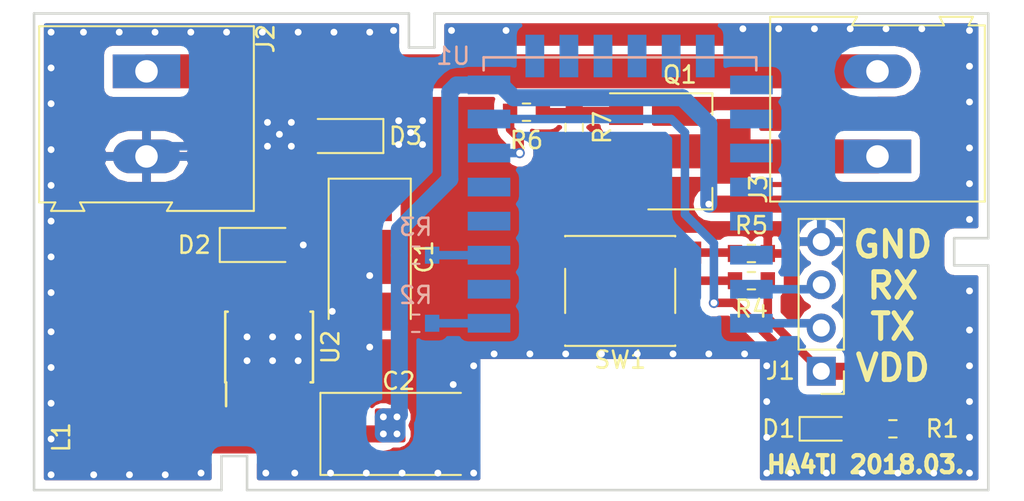
<source format=kicad_pcb>
(kicad_pcb (version 4) (host pcbnew 4.0.7)

  (general
    (links 39)
    (no_connects 13)
    (area 84.524999 94.224999 140.675001 122.375001)
    (thickness 1.6)
    (drawings 18)
    (tracks 238)
    (zones 0)
    (modules 20)
    (nets 31)
  )

  (page A4)
  (layers
    (0 F.Cu signal)
    (31 B.Cu signal)
    (32 B.Adhes user)
    (33 F.Adhes user)
    (34 B.Paste user)
    (35 F.Paste user)
    (36 B.SilkS user)
    (37 F.SilkS user)
    (38 B.Mask user)
    (39 F.Mask user)
    (40 Dwgs.User user)
    (41 Cmts.User user)
    (42 Eco1.User user)
    (43 Eco2.User user)
    (44 Edge.Cuts user)
    (45 Margin user)
    (46 B.CrtYd user)
    (47 F.CrtYd user)
    (48 B.Fab user)
    (49 F.Fab user)
  )

  (setup
    (last_trace_width 1)
    (user_trace_width 0.2)
    (user_trace_width 0.3)
    (user_trace_width 0.5)
    (user_trace_width 0.7)
    (user_trace_width 1)
    (user_trace_width 1.2)
    (user_trace_width 2)
    (trace_clearance 0.2)
    (zone_clearance 0.5)
    (zone_45_only yes)
    (trace_min 0.2)
    (segment_width 0.2)
    (edge_width 0.15)
    (via_size 0.6)
    (via_drill 0.4)
    (via_min_size 0.4)
    (via_min_drill 0.3)
    (uvia_size 0.3)
    (uvia_drill 0.1)
    (uvias_allowed no)
    (uvia_min_size 0.2)
    (uvia_min_drill 0.1)
    (pcb_text_width 0.3)
    (pcb_text_size 1.5 1.5)
    (mod_edge_width 0.15)
    (mod_text_size 1 1)
    (mod_text_width 0.15)
    (pad_size 1.55 0.6)
    (pad_drill 0)
    (pad_to_mask_clearance 0.2)
    (aux_axis_origin 0 0)
    (visible_elements 7FFEFFFF)
    (pcbplotparams
      (layerselection 0x00030_80000001)
      (usegerberextensions false)
      (excludeedgelayer true)
      (linewidth 0.100000)
      (plotframeref false)
      (viasonmask false)
      (mode 1)
      (useauxorigin false)
      (hpglpennumber 1)
      (hpglpenspeed 20)
      (hpglpendiameter 15)
      (hpglpenoverlay 2)
      (psnegative false)
      (psa4output false)
      (plotreference true)
      (plotvalue true)
      (plotinvisibletext false)
      (padsonsilk false)
      (subtractmaskfromsilk false)
      (outputformat 1)
      (mirror false)
      (drillshape 1)
      (scaleselection 1)
      (outputdirectory ""))
  )

  (net 0 "")
  (net 1 +12V)
  (net 2 GND)
  (net 3 +3V3)
  (net 4 LED)
  (net 5 "Net-(D1-Pad2)")
  (net 6 /TX)
  (net 7 /RX)
  (net 8 "Net-(Q1-Pad1)")
  (net 9 "Net-(R2-Pad1)")
  (net 10 "Net-(R3-Pad1)")
  (net 11 "Net-(R4-Pad2)")
  (net 12 "Net-(R5-Pad1)")
  (net 13 Gate)
  (net 14 "Net-(U1-Pad2)")
  (net 15 "Net-(U1-Pad4)")
  (net 16 "Net-(U1-Pad5)")
  (net 17 "Net-(U1-Pad9)")
  (net 18 "Net-(U1-Pad10)")
  (net 19 "Net-(U1-Pad11)")
  (net 20 "Net-(U1-Pad13)")
  (net 21 "Net-(U1-Pad14)")
  (net 22 "Net-(U1-Pad17)")
  (net 23 "Net-(U1-Pad18)")
  (net 24 "Net-(U1-Pad19)")
  (net 25 "Net-(U1-Pad20)")
  (net 26 "Net-(U1-Pad21)")
  (net 27 "Net-(U1-Pad22)")
  (net 28 "Net-(D2-Pad1)")
  (net 29 "Net-(J3-Pad1)")
  (net 30 "Net-(C1-Pad1)")

  (net_class Default "This is the default net class."
    (clearance 0.2)
    (trace_width 0.25)
    (via_dia 0.6)
    (via_drill 0.4)
    (uvia_dia 0.3)
    (uvia_drill 0.1)
    (add_net +12V)
    (add_net +3V3)
    (add_net /RX)
    (add_net /TX)
    (add_net GND)
    (add_net Gate)
    (add_net LED)
    (add_net "Net-(C1-Pad1)")
    (add_net "Net-(D1-Pad2)")
    (add_net "Net-(D2-Pad1)")
    (add_net "Net-(J3-Pad1)")
    (add_net "Net-(Q1-Pad1)")
    (add_net "Net-(R2-Pad1)")
    (add_net "Net-(R3-Pad1)")
    (add_net "Net-(R4-Pad2)")
    (add_net "Net-(R5-Pad1)")
    (add_net "Net-(U1-Pad10)")
    (add_net "Net-(U1-Pad11)")
    (add_net "Net-(U1-Pad13)")
    (add_net "Net-(U1-Pad14)")
    (add_net "Net-(U1-Pad17)")
    (add_net "Net-(U1-Pad18)")
    (add_net "Net-(U1-Pad19)")
    (add_net "Net-(U1-Pad2)")
    (add_net "Net-(U1-Pad20)")
    (add_net "Net-(U1-Pad21)")
    (add_net "Net-(U1-Pad22)")
    (add_net "Net-(U1-Pad4)")
    (add_net "Net-(U1-Pad5)")
    (add_net "Net-(U1-Pad9)")
  )

  (module Capacitor_Tantalum_SMD:CP_EIA-7343-31_Kemet-D_Pad2.23x2.60mm_HandSolder (layer F.Cu) (tedit 5A1ED0F1) (tstamp 5AB7EDDD)
    (at 104.3 108.6 270)
    (descr "Tantalum Capacitor SMD Kemet-D (7343-31 Metric), IPC_7351 nominal, (Body size from: http://www.kemet.com/Lists/ProductCatalog/Attachments/253/KEM_TC101_STD.pdf), generated with kicad-footprint-generator")
    (tags "capacitor tantalum")
    (path /5AB256C3)
    (attr smd)
    (fp_text reference C1 (at 0 -3.2 270) (layer F.SilkS)
      (effects (font (size 1 1) (thickness 0.15)))
    )
    (fp_text value 10uF (at 0 3.1 270) (layer F.Fab)
      (effects (font (size 1 1) (thickness 0.15)))
    )
    (fp_line (start 3.65 -2.15) (end -2.65 -2.15) (layer F.Fab) (width 0.1))
    (fp_line (start -2.65 -2.15) (end -3.65 -1.15) (layer F.Fab) (width 0.1))
    (fp_line (start -3.65 -1.15) (end -3.65 2.15) (layer F.Fab) (width 0.1))
    (fp_line (start -3.65 2.15) (end 3.65 2.15) (layer F.Fab) (width 0.1))
    (fp_line (start 3.65 2.15) (end 3.65 -2.15) (layer F.Fab) (width 0.1))
    (fp_line (start 3.65 -2.41) (end -4.595 -2.41) (layer F.SilkS) (width 0.12))
    (fp_line (start -4.595 -2.41) (end -4.595 2.41) (layer F.SilkS) (width 0.12))
    (fp_line (start -4.595 2.41) (end 3.65 2.41) (layer F.SilkS) (width 0.12))
    (fp_line (start -4.58 2.4) (end -4.58 -2.4) (layer F.CrtYd) (width 0.05))
    (fp_line (start -4.58 -2.4) (end 4.58 -2.4) (layer F.CrtYd) (width 0.05))
    (fp_line (start 4.58 -2.4) (end 4.58 2.4) (layer F.CrtYd) (width 0.05))
    (fp_line (start 4.58 2.4) (end -4.58 2.4) (layer F.CrtYd) (width 0.05))
    (fp_text user %R (at 0 0 270) (layer F.Fab)
      (effects (font (size 1 1) (thickness 0.15)))
    )
    (pad 1 smd rect (at -3.2175 0 270) (size 2.235 2.6) (layers F.Cu F.Paste F.Mask)
      (net 30 "Net-(C1-Pad1)"))
    (pad 2 smd rect (at 3.2175 0 270) (size 2.235 2.6) (layers F.Cu F.Paste F.Mask)
      (net 2 GND))
    (model ${KISYS3DMOD}/Capacitor_Tantalum_SMD.3dshapes/CP_EIA-7343-31_Kemet-D.wrl
      (at (xyz 0 0 0))
      (scale (xyz 1 1 1))
      (rotate (xyz 0 0 0))
    )
  )

  (module Capacitor_Tantalum_SMD:CP_EIA-7343-31_Kemet-D_Pad2.23x2.60mm_HandSolder (layer F.Cu) (tedit 5A1ED0F1) (tstamp 5AB7EDF0)
    (at 106 119)
    (descr "Tantalum Capacitor SMD Kemet-D (7343-31 Metric), IPC_7351 nominal, (Body size from: http://www.kemet.com/Lists/ProductCatalog/Attachments/253/KEM_TC101_STD.pdf), generated with kicad-footprint-generator")
    (tags "capacitor tantalum")
    (path /5AB10B83)
    (attr smd)
    (fp_text reference C2 (at 0 -3.1) (layer F.SilkS)
      (effects (font (size 1 1) (thickness 0.15)))
    )
    (fp_text value 100uF (at 0 3.1) (layer F.Fab)
      (effects (font (size 1 1) (thickness 0.15)))
    )
    (fp_line (start 3.65 -2.15) (end -2.65 -2.15) (layer F.Fab) (width 0.1))
    (fp_line (start -2.65 -2.15) (end -3.65 -1.15) (layer F.Fab) (width 0.1))
    (fp_line (start -3.65 -1.15) (end -3.65 2.15) (layer F.Fab) (width 0.1))
    (fp_line (start -3.65 2.15) (end 3.65 2.15) (layer F.Fab) (width 0.1))
    (fp_line (start 3.65 2.15) (end 3.65 -2.15) (layer F.Fab) (width 0.1))
    (fp_line (start 3.65 -2.41) (end -4.595 -2.41) (layer F.SilkS) (width 0.12))
    (fp_line (start -4.595 -2.41) (end -4.595 2.41) (layer F.SilkS) (width 0.12))
    (fp_line (start -4.595 2.41) (end 3.65 2.41) (layer F.SilkS) (width 0.12))
    (fp_line (start -4.58 2.4) (end -4.58 -2.4) (layer F.CrtYd) (width 0.05))
    (fp_line (start -4.58 -2.4) (end 4.58 -2.4) (layer F.CrtYd) (width 0.05))
    (fp_line (start 4.58 -2.4) (end 4.58 2.4) (layer F.CrtYd) (width 0.05))
    (fp_line (start 4.58 2.4) (end -4.58 2.4) (layer F.CrtYd) (width 0.05))
    (fp_text user %R (at 0 0) (layer F.Fab)
      (effects (font (size 1 1) (thickness 0.15)))
    )
    (pad 1 smd rect (at -3.2175 0) (size 2.235 2.6) (layers F.Cu F.Paste F.Mask)
      (net 3 +3V3))
    (pad 2 smd rect (at 3.2175 0) (size 2.235 2.6) (layers F.Cu F.Paste F.Mask)
      (net 2 GND))
    (model ${KISYS3DMOD}/Capacitor_Tantalum_SMD.3dshapes/CP_EIA-7343-31_Kemet-D.wrl
      (at (xyz 0 0 0))
      (scale (xyz 1 1 1))
      (rotate (xyz 0 0 0))
    )
  )

  (module Connector_PinHeader_2.54mm:PinHeader_1x04_P2.54mm_Vertical (layer F.Cu) (tedit 59FED5CC) (tstamp 5AB7EE1B)
    (at 130.8 115.32 180)
    (descr "Through hole straight pin header, 1x04, 2.54mm pitch, single row")
    (tags "Through hole pin header THT 1x04 2.54mm single row")
    (path /5AB0D5F9)
    (fp_text reference J1 (at 2.4 0.02 180) (layer F.SilkS)
      (effects (font (size 1 1) (thickness 0.15)))
    )
    (fp_text value "Debug connector" (at 0 9.95 180) (layer F.Fab)
      (effects (font (size 1 1) (thickness 0.15)))
    )
    (fp_line (start -0.635 -1.27) (end 1.27 -1.27) (layer F.Fab) (width 0.1))
    (fp_line (start 1.27 -1.27) (end 1.27 8.89) (layer F.Fab) (width 0.1))
    (fp_line (start 1.27 8.89) (end -1.27 8.89) (layer F.Fab) (width 0.1))
    (fp_line (start -1.27 8.89) (end -1.27 -0.635) (layer F.Fab) (width 0.1))
    (fp_line (start -1.27 -0.635) (end -0.635 -1.27) (layer F.Fab) (width 0.1))
    (fp_line (start -1.33 8.95) (end 1.33 8.95) (layer F.SilkS) (width 0.12))
    (fp_line (start -1.33 1.27) (end -1.33 8.95) (layer F.SilkS) (width 0.12))
    (fp_line (start 1.33 1.27) (end 1.33 8.95) (layer F.SilkS) (width 0.12))
    (fp_line (start -1.33 1.27) (end 1.33 1.27) (layer F.SilkS) (width 0.12))
    (fp_line (start -1.33 0) (end -1.33 -1.33) (layer F.SilkS) (width 0.12))
    (fp_line (start -1.33 -1.33) (end 0 -1.33) (layer F.SilkS) (width 0.12))
    (fp_line (start -1.8 -1.8) (end -1.8 9.4) (layer F.CrtYd) (width 0.05))
    (fp_line (start -1.8 9.4) (end 1.8 9.4) (layer F.CrtYd) (width 0.05))
    (fp_line (start 1.8 9.4) (end 1.8 -1.8) (layer F.CrtYd) (width 0.05))
    (fp_line (start 1.8 -1.8) (end -1.8 -1.8) (layer F.CrtYd) (width 0.05))
    (fp_text user %R (at 0 3.81 270) (layer F.Fab)
      (effects (font (size 1 1) (thickness 0.15)))
    )
    (pad 1 thru_hole rect (at 0 0 180) (size 1.7 1.7) (drill 1) (layers *.Cu *.Mask)
      (net 3 +3V3))
    (pad 2 thru_hole oval (at 0 2.54 180) (size 1.7 1.7) (drill 1) (layers *.Cu *.Mask)
      (net 6 /TX))
    (pad 3 thru_hole oval (at 0 5.08 180) (size 1.7 1.7) (drill 1) (layers *.Cu *.Mask)
      (net 7 /RX))
    (pad 4 thru_hole oval (at 0 7.62 180) (size 1.7 1.7) (drill 1) (layers *.Cu *.Mask)
      (net 2 GND))
    (model ${KISYS3DMOD}/Connector_PinHeader_2.54mm.3dshapes/PinHeader_1x04_P2.54mm_Vertical.wrl
      (at (xyz 0 0 0))
      (scale (xyz 1 1 1))
      (rotate (xyz 0 0 0))
    )
  )

  (module TerminalBlock:TerminalBlock_Altech_AK300-2_P5.00mm (layer F.Cu) (tedit 59FF0306) (tstamp 5AB7EE82)
    (at 91.2 97.7 270)
    (descr "Altech AK300 terminal block, pitch 5.0mm, 45 degree angled, see http://www.mouser.com/ds/2/16/PCBMETRC-24178.pdf")
    (tags "Altech AK300 terminal block pitch 5.0mm")
    (path /5AB260C0)
    (fp_text reference J2 (at -1.92 -6.99 270) (layer F.SilkS)
      (effects (font (size 1 1) (thickness 0.15)))
    )
    (fp_text value "max. 24V Input" (at 2.78 7.75 270) (layer F.Fab)
      (effects (font (size 1 1) (thickness 0.15)))
    )
    (fp_text user %R (at 2.5 -2 270) (layer F.Fab)
      (effects (font (size 1 1) (thickness 0.15)))
    )
    (fp_line (start -2.65 -6.3) (end -2.65 6.3) (layer F.SilkS) (width 0.12))
    (fp_line (start -2.65 6.3) (end 7.7 6.3) (layer F.SilkS) (width 0.12))
    (fp_line (start 7.7 6.3) (end 7.7 5.35) (layer F.SilkS) (width 0.12))
    (fp_line (start 7.7 5.35) (end 8.2 5.6) (layer F.SilkS) (width 0.12))
    (fp_line (start 8.2 5.6) (end 8.2 3.7) (layer F.SilkS) (width 0.12))
    (fp_line (start 8.2 3.7) (end 8.2 3.65) (layer F.SilkS) (width 0.12))
    (fp_line (start 8.2 3.65) (end 7.7 3.9) (layer F.SilkS) (width 0.12))
    (fp_line (start 7.7 3.9) (end 7.7 -1.5) (layer F.SilkS) (width 0.12))
    (fp_line (start 7.7 -1.5) (end 8.2 -1.2) (layer F.SilkS) (width 0.12))
    (fp_line (start 8.2 -1.2) (end 8.2 -6.3) (layer F.SilkS) (width 0.12))
    (fp_line (start 8.2 -6.3) (end -2.65 -6.3) (layer F.SilkS) (width 0.12))
    (fp_line (start -1.26 2.54) (end 1.28 2.54) (layer F.Fab) (width 0.1))
    (fp_line (start 1.28 2.54) (end 1.28 -0.25) (layer F.Fab) (width 0.1))
    (fp_line (start -1.26 -0.25) (end 1.28 -0.25) (layer F.Fab) (width 0.1))
    (fp_line (start -1.26 2.54) (end -1.26 -0.25) (layer F.Fab) (width 0.1))
    (fp_line (start 3.74 2.54) (end 6.28 2.54) (layer F.Fab) (width 0.1))
    (fp_line (start 6.28 2.54) (end 6.28 -0.25) (layer F.Fab) (width 0.1))
    (fp_line (start 3.74 -0.25) (end 6.28 -0.25) (layer F.Fab) (width 0.1))
    (fp_line (start 3.74 2.54) (end 3.74 -0.25) (layer F.Fab) (width 0.1))
    (fp_line (start 7.61 -6.22) (end 7.61 -3.17) (layer F.Fab) (width 0.1))
    (fp_line (start 7.61 -6.22) (end -2.58 -6.22) (layer F.Fab) (width 0.1))
    (fp_line (start 7.61 -6.22) (end 8.11 -6.22) (layer F.Fab) (width 0.1))
    (fp_line (start 8.11 -6.22) (end 8.11 -1.4) (layer F.Fab) (width 0.1))
    (fp_line (start 8.11 -1.4) (end 7.61 -1.65) (layer F.Fab) (width 0.1))
    (fp_line (start 8.11 5.46) (end 7.61 5.21) (layer F.Fab) (width 0.1))
    (fp_line (start 7.61 5.21) (end 7.61 6.22) (layer F.Fab) (width 0.1))
    (fp_line (start 8.11 3.81) (end 7.61 4.06) (layer F.Fab) (width 0.1))
    (fp_line (start 7.61 4.06) (end 7.61 5.21) (layer F.Fab) (width 0.1))
    (fp_line (start 8.11 3.81) (end 8.11 5.46) (layer F.Fab) (width 0.1))
    (fp_line (start 2.98 6.22) (end 2.98 4.32) (layer F.Fab) (width 0.1))
    (fp_line (start 7.05 -0.25) (end 7.05 4.32) (layer F.Fab) (width 0.1))
    (fp_line (start 2.98 6.22) (end 7.05 6.22) (layer F.Fab) (width 0.1))
    (fp_line (start 7.05 6.22) (end 7.61 6.22) (layer F.Fab) (width 0.1))
    (fp_line (start 2.04 6.22) (end 2.04 4.32) (layer F.Fab) (width 0.1))
    (fp_line (start 2.04 6.22) (end 2.98 6.22) (layer F.Fab) (width 0.1))
    (fp_line (start -2.02 -0.25) (end -2.02 4.32) (layer F.Fab) (width 0.1))
    (fp_line (start -2.58 6.22) (end -2.02 6.22) (layer F.Fab) (width 0.1))
    (fp_line (start -2.02 6.22) (end 2.04 6.22) (layer F.Fab) (width 0.1))
    (fp_line (start 2.98 4.32) (end 7.05 4.32) (layer F.Fab) (width 0.1))
    (fp_line (start 2.98 4.32) (end 2.98 -0.25) (layer F.Fab) (width 0.1))
    (fp_line (start 7.05 4.32) (end 7.05 6.22) (layer F.Fab) (width 0.1))
    (fp_line (start 2.04 4.32) (end -2.02 4.32) (layer F.Fab) (width 0.1))
    (fp_line (start 2.04 4.32) (end 2.04 -0.25) (layer F.Fab) (width 0.1))
    (fp_line (start -2.02 4.32) (end -2.02 6.22) (layer F.Fab) (width 0.1))
    (fp_line (start 6.67 3.68) (end 6.67 0.51) (layer F.Fab) (width 0.1))
    (fp_line (start 6.67 3.68) (end 3.36 3.68) (layer F.Fab) (width 0.1))
    (fp_line (start 3.36 3.68) (end 3.36 0.51) (layer F.Fab) (width 0.1))
    (fp_line (start 1.66 3.68) (end 1.66 0.51) (layer F.Fab) (width 0.1))
    (fp_line (start 1.66 3.68) (end -1.64 3.68) (layer F.Fab) (width 0.1))
    (fp_line (start -1.64 3.68) (end -1.64 0.51) (layer F.Fab) (width 0.1))
    (fp_line (start -1.64 0.51) (end -1.26 0.51) (layer F.Fab) (width 0.1))
    (fp_line (start 1.66 0.51) (end 1.28 0.51) (layer F.Fab) (width 0.1))
    (fp_line (start 3.36 0.51) (end 3.74 0.51) (layer F.Fab) (width 0.1))
    (fp_line (start 6.67 0.51) (end 6.28 0.51) (layer F.Fab) (width 0.1))
    (fp_line (start -2.58 6.22) (end -2.58 -0.64) (layer F.Fab) (width 0.1))
    (fp_line (start -2.58 -0.64) (end -2.58 -3.17) (layer F.Fab) (width 0.1))
    (fp_line (start 7.61 -1.65) (end 7.61 -0.64) (layer F.Fab) (width 0.1))
    (fp_line (start 7.61 -0.64) (end 7.61 4.06) (layer F.Fab) (width 0.1))
    (fp_line (start -2.58 -3.17) (end 7.61 -3.17) (layer F.Fab) (width 0.1))
    (fp_line (start -2.58 -3.17) (end -2.58 -6.22) (layer F.Fab) (width 0.1))
    (fp_line (start 7.61 -3.17) (end 7.61 -1.65) (layer F.Fab) (width 0.1))
    (fp_line (start 2.98 -3.43) (end 2.98 -5.97) (layer F.Fab) (width 0.1))
    (fp_line (start 2.98 -5.97) (end 7.05 -5.97) (layer F.Fab) (width 0.1))
    (fp_line (start 7.05 -5.97) (end 7.05 -3.43) (layer F.Fab) (width 0.1))
    (fp_line (start 7.05 -3.43) (end 2.98 -3.43) (layer F.Fab) (width 0.1))
    (fp_line (start 2.04 -3.43) (end 2.04 -5.97) (layer F.Fab) (width 0.1))
    (fp_line (start 2.04 -3.43) (end -2.02 -3.43) (layer F.Fab) (width 0.1))
    (fp_line (start -2.02 -3.43) (end -2.02 -5.97) (layer F.Fab) (width 0.1))
    (fp_line (start 2.04 -5.97) (end -2.02 -5.97) (layer F.Fab) (width 0.1))
    (fp_line (start 3.39 -4.45) (end 6.44 -5.08) (layer F.Fab) (width 0.1))
    (fp_line (start 3.52 -4.32) (end 6.56 -4.95) (layer F.Fab) (width 0.1))
    (fp_line (start -1.62 -4.45) (end 1.44 -5.08) (layer F.Fab) (width 0.1))
    (fp_line (start -1.49 -4.32) (end 1.56 -4.95) (layer F.Fab) (width 0.1))
    (fp_line (start -2.02 -0.25) (end -1.64 -0.25) (layer F.Fab) (width 0.1))
    (fp_line (start 2.04 -0.25) (end 1.66 -0.25) (layer F.Fab) (width 0.1))
    (fp_line (start 1.66 -0.25) (end -1.64 -0.25) (layer F.Fab) (width 0.1))
    (fp_line (start -2.58 -0.64) (end -1.64 -0.64) (layer F.Fab) (width 0.1))
    (fp_line (start -1.64 -0.64) (end 1.66 -0.64) (layer F.Fab) (width 0.1))
    (fp_line (start 1.66 -0.64) (end 3.36 -0.64) (layer F.Fab) (width 0.1))
    (fp_line (start 7.61 -0.64) (end 6.67 -0.64) (layer F.Fab) (width 0.1))
    (fp_line (start 6.67 -0.64) (end 3.36 -0.64) (layer F.Fab) (width 0.1))
    (fp_line (start 7.05 -0.25) (end 6.67 -0.25) (layer F.Fab) (width 0.1))
    (fp_line (start 2.98 -0.25) (end 3.36 -0.25) (layer F.Fab) (width 0.1))
    (fp_line (start 3.36 -0.25) (end 6.67 -0.25) (layer F.Fab) (width 0.1))
    (fp_line (start -2.83 -6.47) (end 8.36 -6.47) (layer F.CrtYd) (width 0.05))
    (fp_line (start -2.83 -6.47) (end -2.83 6.47) (layer F.CrtYd) (width 0.05))
    (fp_line (start 8.36 6.47) (end 8.36 -6.47) (layer F.CrtYd) (width 0.05))
    (fp_line (start 8.36 6.47) (end -2.83 6.47) (layer F.CrtYd) (width 0.05))
    (fp_arc (start 6.03 -4.59) (end 6.54 -5.05) (angle 90.5) (layer F.Fab) (width 0.1))
    (fp_arc (start 5.07 -6.07) (end 6.53 -4.12) (angle 75.5) (layer F.Fab) (width 0.1))
    (fp_arc (start 4.99 -3.71) (end 3.39 -5) (angle 100) (layer F.Fab) (width 0.1))
    (fp_arc (start 3.87 -4.65) (end 3.58 -4.13) (angle 104.2) (layer F.Fab) (width 0.1))
    (fp_arc (start 1.03 -4.59) (end 1.53 -5.05) (angle 90.5) (layer F.Fab) (width 0.1))
    (fp_arc (start 0.06 -6.07) (end 1.53 -4.12) (angle 75.5) (layer F.Fab) (width 0.1))
    (fp_arc (start -0.01 -3.71) (end -1.62 -5) (angle 100) (layer F.Fab) (width 0.1))
    (fp_arc (start -1.13 -4.65) (end -1.42 -4.13) (angle 104.2) (layer F.Fab) (width 0.1))
    (pad 1 thru_hole rect (at 0 0 270) (size 1.98 3.96) (drill 1.32) (layers *.Cu *.Mask)
      (net 1 +12V))
    (pad 2 thru_hole oval (at 5 0 270) (size 1.98 3.96) (drill 1.32) (layers *.Cu *.Mask)
      (net 2 GND))
    (model ${KISYS3DMOD}/TerminalBlock.3dshapes/TerminalBlock_Altech_AK300-2_P5.00mm.wrl
      (at (xyz 0 0 0))
      (scale (xyz 1 1 1))
      (rotate (xyz 0 0 0))
    )
  )

  (module TerminalBlock:TerminalBlock_Altech_AK300-2_P5.00mm (layer F.Cu) (tedit 59FF0306) (tstamp 5AB7EEE9)
    (at 134.1 102.7 90)
    (descr "Altech AK300 terminal block, pitch 5.0mm, 45 degree angled, see http://www.mouser.com/ds/2/16/PCBMETRC-24178.pdf")
    (tags "Altech AK300 terminal block pitch 5.0mm")
    (path /5AB2602D)
    (fp_text reference J3 (at -1.92 -6.99 90) (layer F.SilkS)
      (effects (font (size 1 1) (thickness 0.15)))
    )
    (fp_text value "max. 24V output" (at 2.78 7.75 90) (layer F.Fab)
      (effects (font (size 1 1) (thickness 0.15)))
    )
    (fp_text user %R (at 2.5 -2 90) (layer F.Fab)
      (effects (font (size 1 1) (thickness 0.15)))
    )
    (fp_line (start -2.65 -6.3) (end -2.65 6.3) (layer F.SilkS) (width 0.12))
    (fp_line (start -2.65 6.3) (end 7.7 6.3) (layer F.SilkS) (width 0.12))
    (fp_line (start 7.7 6.3) (end 7.7 5.35) (layer F.SilkS) (width 0.12))
    (fp_line (start 7.7 5.35) (end 8.2 5.6) (layer F.SilkS) (width 0.12))
    (fp_line (start 8.2 5.6) (end 8.2 3.7) (layer F.SilkS) (width 0.12))
    (fp_line (start 8.2 3.7) (end 8.2 3.65) (layer F.SilkS) (width 0.12))
    (fp_line (start 8.2 3.65) (end 7.7 3.9) (layer F.SilkS) (width 0.12))
    (fp_line (start 7.7 3.9) (end 7.7 -1.5) (layer F.SilkS) (width 0.12))
    (fp_line (start 7.7 -1.5) (end 8.2 -1.2) (layer F.SilkS) (width 0.12))
    (fp_line (start 8.2 -1.2) (end 8.2 -6.3) (layer F.SilkS) (width 0.12))
    (fp_line (start 8.2 -6.3) (end -2.65 -6.3) (layer F.SilkS) (width 0.12))
    (fp_line (start -1.26 2.54) (end 1.28 2.54) (layer F.Fab) (width 0.1))
    (fp_line (start 1.28 2.54) (end 1.28 -0.25) (layer F.Fab) (width 0.1))
    (fp_line (start -1.26 -0.25) (end 1.28 -0.25) (layer F.Fab) (width 0.1))
    (fp_line (start -1.26 2.54) (end -1.26 -0.25) (layer F.Fab) (width 0.1))
    (fp_line (start 3.74 2.54) (end 6.28 2.54) (layer F.Fab) (width 0.1))
    (fp_line (start 6.28 2.54) (end 6.28 -0.25) (layer F.Fab) (width 0.1))
    (fp_line (start 3.74 -0.25) (end 6.28 -0.25) (layer F.Fab) (width 0.1))
    (fp_line (start 3.74 2.54) (end 3.74 -0.25) (layer F.Fab) (width 0.1))
    (fp_line (start 7.61 -6.22) (end 7.61 -3.17) (layer F.Fab) (width 0.1))
    (fp_line (start 7.61 -6.22) (end -2.58 -6.22) (layer F.Fab) (width 0.1))
    (fp_line (start 7.61 -6.22) (end 8.11 -6.22) (layer F.Fab) (width 0.1))
    (fp_line (start 8.11 -6.22) (end 8.11 -1.4) (layer F.Fab) (width 0.1))
    (fp_line (start 8.11 -1.4) (end 7.61 -1.65) (layer F.Fab) (width 0.1))
    (fp_line (start 8.11 5.46) (end 7.61 5.21) (layer F.Fab) (width 0.1))
    (fp_line (start 7.61 5.21) (end 7.61 6.22) (layer F.Fab) (width 0.1))
    (fp_line (start 8.11 3.81) (end 7.61 4.06) (layer F.Fab) (width 0.1))
    (fp_line (start 7.61 4.06) (end 7.61 5.21) (layer F.Fab) (width 0.1))
    (fp_line (start 8.11 3.81) (end 8.11 5.46) (layer F.Fab) (width 0.1))
    (fp_line (start 2.98 6.22) (end 2.98 4.32) (layer F.Fab) (width 0.1))
    (fp_line (start 7.05 -0.25) (end 7.05 4.32) (layer F.Fab) (width 0.1))
    (fp_line (start 2.98 6.22) (end 7.05 6.22) (layer F.Fab) (width 0.1))
    (fp_line (start 7.05 6.22) (end 7.61 6.22) (layer F.Fab) (width 0.1))
    (fp_line (start 2.04 6.22) (end 2.04 4.32) (layer F.Fab) (width 0.1))
    (fp_line (start 2.04 6.22) (end 2.98 6.22) (layer F.Fab) (width 0.1))
    (fp_line (start -2.02 -0.25) (end -2.02 4.32) (layer F.Fab) (width 0.1))
    (fp_line (start -2.58 6.22) (end -2.02 6.22) (layer F.Fab) (width 0.1))
    (fp_line (start -2.02 6.22) (end 2.04 6.22) (layer F.Fab) (width 0.1))
    (fp_line (start 2.98 4.32) (end 7.05 4.32) (layer F.Fab) (width 0.1))
    (fp_line (start 2.98 4.32) (end 2.98 -0.25) (layer F.Fab) (width 0.1))
    (fp_line (start 7.05 4.32) (end 7.05 6.22) (layer F.Fab) (width 0.1))
    (fp_line (start 2.04 4.32) (end -2.02 4.32) (layer F.Fab) (width 0.1))
    (fp_line (start 2.04 4.32) (end 2.04 -0.25) (layer F.Fab) (width 0.1))
    (fp_line (start -2.02 4.32) (end -2.02 6.22) (layer F.Fab) (width 0.1))
    (fp_line (start 6.67 3.68) (end 6.67 0.51) (layer F.Fab) (width 0.1))
    (fp_line (start 6.67 3.68) (end 3.36 3.68) (layer F.Fab) (width 0.1))
    (fp_line (start 3.36 3.68) (end 3.36 0.51) (layer F.Fab) (width 0.1))
    (fp_line (start 1.66 3.68) (end 1.66 0.51) (layer F.Fab) (width 0.1))
    (fp_line (start 1.66 3.68) (end -1.64 3.68) (layer F.Fab) (width 0.1))
    (fp_line (start -1.64 3.68) (end -1.64 0.51) (layer F.Fab) (width 0.1))
    (fp_line (start -1.64 0.51) (end -1.26 0.51) (layer F.Fab) (width 0.1))
    (fp_line (start 1.66 0.51) (end 1.28 0.51) (layer F.Fab) (width 0.1))
    (fp_line (start 3.36 0.51) (end 3.74 0.51) (layer F.Fab) (width 0.1))
    (fp_line (start 6.67 0.51) (end 6.28 0.51) (layer F.Fab) (width 0.1))
    (fp_line (start -2.58 6.22) (end -2.58 -0.64) (layer F.Fab) (width 0.1))
    (fp_line (start -2.58 -0.64) (end -2.58 -3.17) (layer F.Fab) (width 0.1))
    (fp_line (start 7.61 -1.65) (end 7.61 -0.64) (layer F.Fab) (width 0.1))
    (fp_line (start 7.61 -0.64) (end 7.61 4.06) (layer F.Fab) (width 0.1))
    (fp_line (start -2.58 -3.17) (end 7.61 -3.17) (layer F.Fab) (width 0.1))
    (fp_line (start -2.58 -3.17) (end -2.58 -6.22) (layer F.Fab) (width 0.1))
    (fp_line (start 7.61 -3.17) (end 7.61 -1.65) (layer F.Fab) (width 0.1))
    (fp_line (start 2.98 -3.43) (end 2.98 -5.97) (layer F.Fab) (width 0.1))
    (fp_line (start 2.98 -5.97) (end 7.05 -5.97) (layer F.Fab) (width 0.1))
    (fp_line (start 7.05 -5.97) (end 7.05 -3.43) (layer F.Fab) (width 0.1))
    (fp_line (start 7.05 -3.43) (end 2.98 -3.43) (layer F.Fab) (width 0.1))
    (fp_line (start 2.04 -3.43) (end 2.04 -5.97) (layer F.Fab) (width 0.1))
    (fp_line (start 2.04 -3.43) (end -2.02 -3.43) (layer F.Fab) (width 0.1))
    (fp_line (start -2.02 -3.43) (end -2.02 -5.97) (layer F.Fab) (width 0.1))
    (fp_line (start 2.04 -5.97) (end -2.02 -5.97) (layer F.Fab) (width 0.1))
    (fp_line (start 3.39 -4.45) (end 6.44 -5.08) (layer F.Fab) (width 0.1))
    (fp_line (start 3.52 -4.32) (end 6.56 -4.95) (layer F.Fab) (width 0.1))
    (fp_line (start -1.62 -4.45) (end 1.44 -5.08) (layer F.Fab) (width 0.1))
    (fp_line (start -1.49 -4.32) (end 1.56 -4.95) (layer F.Fab) (width 0.1))
    (fp_line (start -2.02 -0.25) (end -1.64 -0.25) (layer F.Fab) (width 0.1))
    (fp_line (start 2.04 -0.25) (end 1.66 -0.25) (layer F.Fab) (width 0.1))
    (fp_line (start 1.66 -0.25) (end -1.64 -0.25) (layer F.Fab) (width 0.1))
    (fp_line (start -2.58 -0.64) (end -1.64 -0.64) (layer F.Fab) (width 0.1))
    (fp_line (start -1.64 -0.64) (end 1.66 -0.64) (layer F.Fab) (width 0.1))
    (fp_line (start 1.66 -0.64) (end 3.36 -0.64) (layer F.Fab) (width 0.1))
    (fp_line (start 7.61 -0.64) (end 6.67 -0.64) (layer F.Fab) (width 0.1))
    (fp_line (start 6.67 -0.64) (end 3.36 -0.64) (layer F.Fab) (width 0.1))
    (fp_line (start 7.05 -0.25) (end 6.67 -0.25) (layer F.Fab) (width 0.1))
    (fp_line (start 2.98 -0.25) (end 3.36 -0.25) (layer F.Fab) (width 0.1))
    (fp_line (start 3.36 -0.25) (end 6.67 -0.25) (layer F.Fab) (width 0.1))
    (fp_line (start -2.83 -6.47) (end 8.36 -6.47) (layer F.CrtYd) (width 0.05))
    (fp_line (start -2.83 -6.47) (end -2.83 6.47) (layer F.CrtYd) (width 0.05))
    (fp_line (start 8.36 6.47) (end 8.36 -6.47) (layer F.CrtYd) (width 0.05))
    (fp_line (start 8.36 6.47) (end -2.83 6.47) (layer F.CrtYd) (width 0.05))
    (fp_arc (start 6.03 -4.59) (end 6.54 -5.05) (angle 90.5) (layer F.Fab) (width 0.1))
    (fp_arc (start 5.07 -6.07) (end 6.53 -4.12) (angle 75.5) (layer F.Fab) (width 0.1))
    (fp_arc (start 4.99 -3.71) (end 3.39 -5) (angle 100) (layer F.Fab) (width 0.1))
    (fp_arc (start 3.87 -4.65) (end 3.58 -4.13) (angle 104.2) (layer F.Fab) (width 0.1))
    (fp_arc (start 1.03 -4.59) (end 1.53 -5.05) (angle 90.5) (layer F.Fab) (width 0.1))
    (fp_arc (start 0.06 -6.07) (end 1.53 -4.12) (angle 75.5) (layer F.Fab) (width 0.1))
    (fp_arc (start -0.01 -3.71) (end -1.62 -5) (angle 100) (layer F.Fab) (width 0.1))
    (fp_arc (start -1.13 -4.65) (end -1.42 -4.13) (angle 104.2) (layer F.Fab) (width 0.1))
    (pad 1 thru_hole rect (at 0 0 90) (size 1.98 3.96) (drill 1.32) (layers *.Cu *.Mask)
      (net 29 "Net-(J3-Pad1)"))
    (pad 2 thru_hole oval (at 5 0 90) (size 1.98 3.96) (drill 1.32) (layers *.Cu *.Mask)
      (net 1 +12V))
    (model ${KISYS3DMOD}/TerminalBlock.3dshapes/TerminalBlock_Altech_AK300-2_P5.00mm.wrl
      (at (xyz 0 0 0))
      (scale (xyz 1 1 1))
      (rotate (xyz 0 0 0))
    )
  )

  (module Package_TO_SOT_SMD:SOT-223 (layer F.Cu) (tedit 5A02FF57) (tstamp 5AB7EEFF)
    (at 122.5 102.4)
    (descr "module CMS SOT223 4 pins")
    (tags "CMS SOT")
    (path /5AB25BD6)
    (attr smd)
    (fp_text reference Q1 (at 0 -4.5) (layer F.SilkS)
      (effects (font (size 1 1) (thickness 0.15)))
    )
    (fp_text value Q_NMOS_GDSD (at 0 4.5) (layer F.Fab)
      (effects (font (size 1 1) (thickness 0.15)))
    )
    (fp_text user %R (at 0 0 90) (layer F.Fab)
      (effects (font (size 0.8 0.8) (thickness 0.12)))
    )
    (fp_line (start -1.85 -2.3) (end -0.8 -3.35) (layer F.Fab) (width 0.1))
    (fp_line (start 1.91 3.41) (end 1.91 2.15) (layer F.SilkS) (width 0.12))
    (fp_line (start 1.91 -3.41) (end 1.91 -2.15) (layer F.SilkS) (width 0.12))
    (fp_line (start 4.4 -3.6) (end -4.4 -3.6) (layer F.CrtYd) (width 0.05))
    (fp_line (start 4.4 3.6) (end 4.4 -3.6) (layer F.CrtYd) (width 0.05))
    (fp_line (start -4.4 3.6) (end 4.4 3.6) (layer F.CrtYd) (width 0.05))
    (fp_line (start -4.4 -3.6) (end -4.4 3.6) (layer F.CrtYd) (width 0.05))
    (fp_line (start -1.85 -2.3) (end -1.85 3.35) (layer F.Fab) (width 0.1))
    (fp_line (start -1.85 3.41) (end 1.91 3.41) (layer F.SilkS) (width 0.12))
    (fp_line (start -0.8 -3.35) (end 1.85 -3.35) (layer F.Fab) (width 0.1))
    (fp_line (start -4.1 -3.41) (end 1.91 -3.41) (layer F.SilkS) (width 0.12))
    (fp_line (start -1.85 3.35) (end 1.85 3.35) (layer F.Fab) (width 0.1))
    (fp_line (start 1.85 -3.35) (end 1.85 3.35) (layer F.Fab) (width 0.1))
    (pad 4 smd rect (at 3.15 0) (size 2 3.8) (layers F.Cu F.Paste F.Mask)
      (net 29 "Net-(J3-Pad1)"))
    (pad 2 smd rect (at -3.15 0) (size 2 1.5) (layers F.Cu F.Paste F.Mask)
      (net 29 "Net-(J3-Pad1)"))
    (pad 3 smd rect (at -3.15 2.3) (size 2 1.5) (layers F.Cu F.Paste F.Mask)
      (net 2 GND))
    (pad 1 smd rect (at -3.15 -2.3) (size 2 1.5) (layers F.Cu F.Paste F.Mask)
      (net 8 "Net-(Q1-Pad1)"))
    (model ${KISYS3DMOD}/TO_SOT_SMD.3dshapes/SOT-223.wrl
      (at (xyz 0 0 0))
      (scale (xyz 1 1 1))
      (rotate (xyz 0 0 0))
    )
  )

  (module Button_Switch_SMD:SW_SPST_PTS645 (layer F.Cu) (tedit 5A02FC95) (tstamp 5AB7EF43)
    (at 119 110.6 180)
    (descr "C&K Components SPST SMD PTS645 Series 6mm Tact Switch")
    (tags "SPST Button Switch")
    (path /5AB0D712)
    (attr smd)
    (fp_text reference SW1 (at 0 -4.05 180) (layer F.SilkS)
      (effects (font (size 1 1) (thickness 0.15)))
    )
    (fp_text value SW_Push (at 0 4.15 180) (layer F.Fab)
      (effects (font (size 1 1) (thickness 0.15)))
    )
    (fp_text user %R (at 0 -4.05 180) (layer F.Fab)
      (effects (font (size 1 1) (thickness 0.15)))
    )
    (fp_line (start -3 -3) (end -3 3) (layer F.Fab) (width 0.1))
    (fp_line (start -3 3) (end 3 3) (layer F.Fab) (width 0.1))
    (fp_line (start 3 3) (end 3 -3) (layer F.Fab) (width 0.1))
    (fp_line (start 3 -3) (end -3 -3) (layer F.Fab) (width 0.1))
    (fp_line (start 5.05 3.4) (end 5.05 -3.4) (layer F.CrtYd) (width 0.05))
    (fp_line (start -5.05 -3.4) (end -5.05 3.4) (layer F.CrtYd) (width 0.05))
    (fp_line (start -5.05 3.4) (end 5.05 3.4) (layer F.CrtYd) (width 0.05))
    (fp_line (start -5.05 -3.4) (end 5.05 -3.4) (layer F.CrtYd) (width 0.05))
    (fp_line (start 3.23 -3.23) (end 3.23 -3.2) (layer F.SilkS) (width 0.12))
    (fp_line (start 3.23 3.23) (end 3.23 3.2) (layer F.SilkS) (width 0.12))
    (fp_line (start -3.23 3.23) (end -3.23 3.2) (layer F.SilkS) (width 0.12))
    (fp_line (start -3.23 -3.2) (end -3.23 -3.23) (layer F.SilkS) (width 0.12))
    (fp_line (start 3.23 -1.3) (end 3.23 1.3) (layer F.SilkS) (width 0.12))
    (fp_line (start -3.23 -3.23) (end 3.23 -3.23) (layer F.SilkS) (width 0.12))
    (fp_line (start -3.23 -1.3) (end -3.23 1.3) (layer F.SilkS) (width 0.12))
    (fp_line (start -3.23 3.23) (end 3.23 3.23) (layer F.SilkS) (width 0.12))
    (fp_circle (center 0 0) (end 1.75 -0.05) (layer F.Fab) (width 0.1))
    (pad 2 smd rect (at -3.98 2.25 180) (size 1.55 1.3) (layers F.Cu F.Paste F.Mask)
      (net 12 "Net-(R5-Pad1)"))
    (pad 1 smd rect (at -3.98 -2.25 180) (size 1.55 1.3) (layers F.Cu F.Paste F.Mask)
      (net 11 "Net-(R4-Pad2)"))
    (pad 1 smd rect (at 3.98 -2.25 180) (size 1.55 1.3) (layers F.Cu F.Paste F.Mask)
      (net 11 "Net-(R4-Pad2)"))
    (pad 2 smd rect (at 3.98 2.25 180) (size 1.55 1.3) (layers F.Cu F.Paste F.Mask)
      (net 12 "Net-(R5-Pad1)"))
    (model ${KISYS3DMOD}/Button_Switch_SMD.3dshapes/SW_SPST_PTS645.wrl
      (at (xyz 0 0 0))
      (scale (xyz 1 1 1))
      (rotate (xyz 0 0 0))
    )
  )

  (module ESP8266:ESP-12E_SMD (layer B.Cu) (tedit 58FB7FFE) (tstamp 5AB7EF71)
    (at 112 112.5)
    (descr "Module, ESP-8266, ESP-12, 16 pad, SMD")
    (tags "Module ESP-8266 ESP8266")
    (path /5AB0D590)
    (fp_text reference U1 (at -2.8 -15.7) (layer B.SilkS)
      (effects (font (size 1 1) (thickness 0.15)) (justify mirror))
    )
    (fp_text value ESP-12E (at 5.08 -6.35 270) (layer B.Fab) hide
      (effects (font (size 1 1) (thickness 0.15)) (justify mirror))
    )
    (fp_line (start -2.25 0.5) (end -2.25 8.75) (layer B.CrtYd) (width 0.05))
    (fp_line (start -2.25 8.75) (end 15.25 8.75) (layer B.CrtYd) (width 0.05))
    (fp_line (start 15.25 8.75) (end 16.25 8.75) (layer B.CrtYd) (width 0.05))
    (fp_line (start 16.25 8.75) (end 16.25 -16) (layer B.CrtYd) (width 0.05))
    (fp_line (start 16.25 -16) (end -2.25 -16) (layer B.CrtYd) (width 0.05))
    (fp_line (start -2.25 -16) (end -2.25 0.5) (layer B.CrtYd) (width 0.05))
    (fp_line (start -1.016 8.382) (end 14.986 8.382) (layer B.CrtYd) (width 0.1524))
    (fp_line (start 14.986 8.382) (end 14.986 0.889) (layer B.CrtYd) (width 0.1524))
    (fp_line (start -1.016 8.382) (end -1.016 1.016) (layer B.CrtYd) (width 0.1524))
    (fp_line (start -1.016 -14.859) (end -1.016 -15.621) (layer B.SilkS) (width 0.1524))
    (fp_line (start -1.016 -15.621) (end 14.986 -15.621) (layer B.SilkS) (width 0.1524))
    (fp_line (start 14.986 -15.621) (end 14.986 -14.859) (layer B.SilkS) (width 0.1524))
    (fp_line (start 14.992 8.4) (end -1.008 2.6) (layer B.CrtYd) (width 0.1524))
    (fp_line (start -1.008 8.4) (end 14.992 2.6) (layer B.CrtYd) (width 0.1524))
    (fp_text user "No Copper" (at 6.892 5.4) (layer B.CrtYd)
      (effects (font (size 1 1) (thickness 0.15)) (justify mirror))
    )
    (fp_line (start -1.008 2.6) (end 14.992 2.6) (layer B.CrtYd) (width 0.1524))
    (fp_line (start 15 8.4) (end 15 -15.6) (layer B.Fab) (width 0.05))
    (fp_line (start 14.992 -15.6) (end -1.008 -15.6) (layer B.Fab) (width 0.05))
    (fp_line (start -1.008 -15.6) (end -1.008 8.4) (layer B.Fab) (width 0.05))
    (fp_line (start -1.008 8.4) (end 14.992 8.4) (layer B.Fab) (width 0.05))
    (pad 1 smd rect (at 0 0) (size 2.5 1.1) (drill (offset -0.7 0)) (layers B.Cu B.Paste B.Mask)
      (net 9 "Net-(R2-Pad1)"))
    (pad 2 smd rect (at 0 -2) (size 2.5 1.1) (drill (offset -0.7 0)) (layers B.Cu B.Paste B.Mask)
      (net 14 "Net-(U1-Pad2)"))
    (pad 3 smd rect (at 0 -4) (size 2.5 1.1) (drill (offset -0.7 0)) (layers B.Cu B.Paste B.Mask)
      (net 10 "Net-(R3-Pad1)"))
    (pad 4 smd rect (at 0 -6) (size 2.5 1.1) (drill (offset -0.7 0)) (layers B.Cu B.Paste B.Mask)
      (net 15 "Net-(U1-Pad4)"))
    (pad 5 smd rect (at 0 -8) (size 2.5 1.1) (drill (offset -0.7 0)) (layers B.Cu B.Paste B.Mask)
      (net 16 "Net-(U1-Pad5)"))
    (pad 6 smd rect (at 0 -10) (size 2.5 1.1) (drill (offset -0.7 0)) (layers B.Cu B.Paste B.Mask)
      (net 13 Gate))
    (pad 7 smd rect (at 0 -12) (size 2.5 1.1) (drill (offset -0.7 0)) (layers B.Cu B.Paste B.Mask)
      (net 4 LED))
    (pad 8 smd rect (at 0 -14) (size 2.5 1.1) (drill (offset -0.7 0)) (layers B.Cu B.Paste B.Mask)
      (net 3 +3V3))
    (pad 9 smd rect (at 14 -14) (size 2.5 1.1) (drill (offset 0.7 0)) (layers B.Cu B.Paste B.Mask)
      (net 17 "Net-(U1-Pad9)"))
    (pad 10 smd rect (at 14 -12) (size 2.5 1.1) (drill (offset 0.7 0)) (layers B.Cu B.Paste B.Mask)
      (net 18 "Net-(U1-Pad10)"))
    (pad 11 smd rect (at 14 -10) (size 2.5 1.1) (drill (offset 0.7 0)) (layers B.Cu B.Paste B.Mask)
      (net 19 "Net-(U1-Pad11)"))
    (pad 12 smd rect (at 14 -8) (size 2.5 1.1) (drill (offset 0.7 0)) (layers B.Cu B.Paste B.Mask)
      (net 11 "Net-(R4-Pad2)"))
    (pad 13 smd rect (at 14 -6) (size 2.5 1.1) (drill (offset 0.7 0)) (layers B.Cu B.Paste B.Mask)
      (net 20 "Net-(U1-Pad13)"))
    (pad 14 smd rect (at 14 -4) (size 2.5 1.1) (drill (offset 0.7 0)) (layers B.Cu B.Paste B.Mask)
      (net 21 "Net-(U1-Pad14)"))
    (pad 15 smd rect (at 14 -2) (size 2.5 1.1) (drill (offset 0.7 0)) (layers B.Cu B.Paste B.Mask)
      (net 7 /RX))
    (pad 16 smd rect (at 14 0) (size 2.5 1.1) (drill (offset 0.7 0)) (layers B.Cu B.Paste B.Mask)
      (net 6 /TX))
    (pad 17 smd rect (at 1.99 -15 270) (size 2.5 1.1) (drill (offset -0.7 0)) (layers B.Cu B.Paste B.Mask)
      (net 22 "Net-(U1-Pad17)"))
    (pad 18 smd rect (at 3.99 -15 270) (size 2.5 1.1) (drill (offset -0.7 0)) (layers B.Cu B.Paste B.Mask)
      (net 23 "Net-(U1-Pad18)"))
    (pad 19 smd rect (at 5.99 -15 270) (size 2.5 1.1) (drill (offset -0.7 0)) (layers B.Cu B.Paste B.Mask)
      (net 24 "Net-(U1-Pad19)"))
    (pad 20 smd rect (at 7.99 -15 270) (size 2.5 1.1) (drill (offset -0.7 0)) (layers B.Cu B.Paste B.Mask)
      (net 25 "Net-(U1-Pad20)"))
    (pad 21 smd rect (at 9.99 -15 270) (size 2.5 1.1) (drill (offset -0.7 0)) (layers B.Cu B.Paste B.Mask)
      (net 26 "Net-(U1-Pad21)"))
    (pad 22 smd rect (at 11.99 -15 270) (size 2.5 1.1) (drill (offset -0.7 0)) (layers B.Cu B.Paste B.Mask)
      (net 27 "Net-(U1-Pad22)"))
    (model ${ESPLIB}/ESP8266.3dshapes/ESP-12.wrl
      (at (xyz 0 0 0))
      (scale (xyz 0.3937 0.3937 0.3937))
      (rotate (xyz 0 0 0))
    )
  )

  (module Package_SO:SOIC-8_3.9x4.9mm_P1.27mm (layer F.Cu) (tedit 5AB26F63) (tstamp 5AB7EF8E)
    (at 98.395 113.894999 90)
    (descr "8-Lead Plastic Small Outline (SN) - Narrow, 3.90 mm Body [SOIC] (see Microchip Packaging Specification 00000049BS.pdf)")
    (tags "SOIC 1.27")
    (path /5AB10A9C)
    (attr smd)
    (fp_text reference U2 (at -0.005001 3.605 90) (layer F.SilkS)
      (effects (font (size 1 1) (thickness 0.15)))
    )
    (fp_text value LM2594 (at 0 3.5 90) (layer F.Fab)
      (effects (font (size 1 1) (thickness 0.15)))
    )
    (fp_text user %R (at 0 0 90) (layer F.Fab)
      (effects (font (size 1 1) (thickness 0.15)))
    )
    (fp_line (start -0.95 -2.45) (end 1.95 -2.45) (layer F.Fab) (width 0.1))
    (fp_line (start 1.95 -2.45) (end 1.95 2.45) (layer F.Fab) (width 0.1))
    (fp_line (start 1.95 2.45) (end -1.95 2.45) (layer F.Fab) (width 0.1))
    (fp_line (start -1.95 2.45) (end -1.95 -1.45) (layer F.Fab) (width 0.1))
    (fp_line (start -1.95 -1.45) (end -0.95 -2.45) (layer F.Fab) (width 0.1))
    (fp_line (start -3.73 -2.7) (end -3.73 2.7) (layer F.CrtYd) (width 0.05))
    (fp_line (start 3.73 -2.7) (end 3.73 2.7) (layer F.CrtYd) (width 0.05))
    (fp_line (start -3.73 -2.7) (end 3.73 -2.7) (layer F.CrtYd) (width 0.05))
    (fp_line (start -3.73 2.7) (end 3.73 2.7) (layer F.CrtYd) (width 0.05))
    (fp_line (start -2.075 -2.575) (end -2.075 -2.525) (layer F.SilkS) (width 0.15))
    (fp_line (start 2.075 -2.575) (end 2.075 -2.43) (layer F.SilkS) (width 0.15))
    (fp_line (start 2.075 2.575) (end 2.075 2.43) (layer F.SilkS) (width 0.15))
    (fp_line (start -2.075 2.575) (end -2.075 2.43) (layer F.SilkS) (width 0.15))
    (fp_line (start -2.075 -2.575) (end 2.075 -2.575) (layer F.SilkS) (width 0.15))
    (fp_line (start -2.075 2.575) (end 2.075 2.575) (layer F.SilkS) (width 0.15))
    (fp_line (start -2.075 -2.525) (end -3.475 -2.525) (layer F.SilkS) (width 0.15))
    (pad 1 smd rect (at -2.7 -1.905 90) (size 1.55 0.6) (layers F.Cu F.Paste F.Mask))
    (pad 2 smd rect (at -2.7 -0.635 90) (size 1.55 0.6) (layers F.Cu F.Paste F.Mask))
    (pad 3 smd rect (at -2.7 0.635 90) (size 1.55 0.6) (layers F.Cu F.Paste F.Mask))
    (pad 4 smd rect (at -2.7 1.905 90) (size 1.55 0.6) (layers F.Cu F.Paste F.Mask)
      (net 3 +3V3))
    (pad 5 smd rect (at 2.7 1.905 90) (size 1.55 0.6) (layers F.Cu F.Paste F.Mask)
      (net 2 GND))
    (pad 6 smd rect (at 2.7 0.635 90) (size 1.55 0.6) (layers F.Cu F.Paste F.Mask)
      (net 2 GND))
    (pad 7 smd rect (at 2.7 -0.635 90) (size 1.55 0.6) (layers F.Cu F.Paste F.Mask)
      (net 30 "Net-(C1-Pad1)"))
    (pad 8 smd rect (at 2.7 -1.905 90) (size 1.55 0.6) (layers F.Cu F.Paste F.Mask)
      (net 28 "Net-(D2-Pad1)"))
    (model ${KISYS3DMOD}/Package_SO.3dshapes/SOIC-8_3.9x4.9mm_P1.27mm.wrl
      (at (xyz 0 0 0))
      (scale (xyz 1 1 1))
      (rotate (xyz 0 0 0))
    )
  )

  (module Diode_SMD:D_SOD-123F (layer F.Cu) (tedit 587F7769) (tstamp 5AB82B11)
    (at 97.7 107.9)
    (descr D_SOD-123F)
    (tags D_SOD-123F)
    (path /5AB27C83)
    (attr smd)
    (fp_text reference D2 (at -3.7 0) (layer F.SilkS)
      (effects (font (size 1 1) (thickness 0.15)))
    )
    (fp_text value Schottky (at 0 2.1) (layer F.Fab)
      (effects (font (size 1 1) (thickness 0.15)))
    )
    (fp_text user %R (at -0.127 -1.905) (layer F.Fab)
      (effects (font (size 1 1) (thickness 0.15)))
    )
    (fp_line (start -2.2 -1) (end -2.2 1) (layer F.SilkS) (width 0.12))
    (fp_line (start 0.25 0) (end 0.75 0) (layer F.Fab) (width 0.1))
    (fp_line (start 0.25 0.4) (end -0.35 0) (layer F.Fab) (width 0.1))
    (fp_line (start 0.25 -0.4) (end 0.25 0.4) (layer F.Fab) (width 0.1))
    (fp_line (start -0.35 0) (end 0.25 -0.4) (layer F.Fab) (width 0.1))
    (fp_line (start -0.35 0) (end -0.35 0.55) (layer F.Fab) (width 0.1))
    (fp_line (start -0.35 0) (end -0.35 -0.55) (layer F.Fab) (width 0.1))
    (fp_line (start -0.75 0) (end -0.35 0) (layer F.Fab) (width 0.1))
    (fp_line (start -1.4 0.9) (end -1.4 -0.9) (layer F.Fab) (width 0.1))
    (fp_line (start 1.4 0.9) (end -1.4 0.9) (layer F.Fab) (width 0.1))
    (fp_line (start 1.4 -0.9) (end 1.4 0.9) (layer F.Fab) (width 0.1))
    (fp_line (start -1.4 -0.9) (end 1.4 -0.9) (layer F.Fab) (width 0.1))
    (fp_line (start -2.2 -1.15) (end 2.2 -1.15) (layer F.CrtYd) (width 0.05))
    (fp_line (start 2.2 -1.15) (end 2.2 1.15) (layer F.CrtYd) (width 0.05))
    (fp_line (start 2.2 1.15) (end -2.2 1.15) (layer F.CrtYd) (width 0.05))
    (fp_line (start -2.2 -1.15) (end -2.2 1.15) (layer F.CrtYd) (width 0.05))
    (fp_line (start -2.2 1) (end 1.65 1) (layer F.SilkS) (width 0.12))
    (fp_line (start -2.2 -1) (end 1.65 -1) (layer F.SilkS) (width 0.12))
    (pad 1 smd rect (at -1.4 0) (size 1.1 1.1) (layers F.Cu F.Paste F.Mask)
      (net 28 "Net-(D2-Pad1)"))
    (pad 2 smd rect (at 1.4 0) (size 1.1 1.1) (layers F.Cu F.Paste F.Mask)
      (net 2 GND))
    (model ${KISYS3DMOD}/Diode_SMD.3dshapes/D_SOD-123F.wrl
      (at (xyz 0 0 0))
      (scale (xyz 1 1 1))
      (rotate (xyz 0 0 0))
    )
  )

  (module "local footprints:DO3316P" (layer F.Cu) (tedit 5AB2691E) (tstamp 5AB82B1F)
    (at 90.5 114 90)
    (path /5AB27B33)
    (fp_text reference L1 (at -5.2 -4.3 90) (layer F.SilkS)
      (effects (font (size 1 1) (thickness 0.15)))
    )
    (fp_text value 100uH (at 0 -0.5 90) (layer F.Fab)
      (effects (font (size 1 1) (thickness 0.15)))
    )
    (fp_line (start -6.6 1.4) (end -1.8 4.7) (layer F.CrtYd) (width 0.15))
    (fp_line (start -6.6 -1.4) (end -6.6 1.4) (layer F.CrtYd) (width 0.15))
    (fp_line (start -1.8 -4.7) (end -6.6 -1.4) (layer F.CrtYd) (width 0.15))
    (fp_line (start 1.8 -4.7) (end -1.8 -4.7) (layer F.CrtYd) (width 0.15))
    (fp_line (start 6.6 -1.4) (end 1.8 -4.7) (layer F.CrtYd) (width 0.15))
    (fp_line (start 6.6 1.4) (end 6.6 -1.4) (layer F.CrtYd) (width 0.15))
    (fp_line (start 1.8 4.7) (end 6.6 1.4) (layer F.CrtYd) (width 0.15))
    (fp_line (start -1.8 4.7) (end 1.8 4.7) (layer F.CrtYd) (width 0.15))
    (pad 1 smd rect (at -5.15 0 90) (size 2.92 2.79) (layers F.Cu F.Paste F.Mask)
      (net 3 +3V3))
    (pad 2 smd rect (at 5.15 0 90) (size 2.92 2.79) (layers F.Cu F.Paste F.Mask)
      (net 28 "Net-(D2-Pad1)"))
  )

  (module LED_SMD:LED_0603_1608Metric_Castellated (layer F.Cu) (tedit 5A00A67C) (tstamp 5AB8308D)
    (at 131.2 118.7)
    (descr "LED SMD 0603 (1608 Metric), castellated end terminal, IPC_7351 nominal, (Body size source: http://www.tortai-tech.com/upload/download/2011102023233369053.pdf), generated with kicad-footprint-generator")
    (tags "LED castellated")
    (path /5AB26AC7)
    (attr smd)
    (fp_text reference D1 (at -2.9 0) (layer F.SilkS)
      (effects (font (size 1 1) (thickness 0.15)))
    )
    (fp_text value LED (at 0 1.65) (layer F.Fab)
      (effects (font (size 1 1) (thickness 0.15)))
    )
    (fp_line (start 0.8 -0.4) (end -0.5 -0.4) (layer F.Fab) (width 0.1))
    (fp_line (start -0.5 -0.4) (end -0.8 -0.1) (layer F.Fab) (width 0.1))
    (fp_line (start -0.8 -0.1) (end -0.8 0.4) (layer F.Fab) (width 0.1))
    (fp_line (start -0.8 0.4) (end 0.8 0.4) (layer F.Fab) (width 0.1))
    (fp_line (start 0.8 0.4) (end 0.8 -0.4) (layer F.Fab) (width 0.1))
    (fp_line (start 0.8 -0.695) (end -1.67 -0.695) (layer F.SilkS) (width 0.12))
    (fp_line (start -1.67 -0.695) (end -1.67 0.695) (layer F.SilkS) (width 0.12))
    (fp_line (start -1.67 0.695) (end 0.8 0.695) (layer F.SilkS) (width 0.12))
    (fp_line (start -1.66 0.68) (end -1.66 -0.68) (layer F.CrtYd) (width 0.05))
    (fp_line (start -1.66 -0.68) (end 1.66 -0.68) (layer F.CrtYd) (width 0.05))
    (fp_line (start 1.66 -0.68) (end 1.66 0.68) (layer F.CrtYd) (width 0.05))
    (fp_line (start 1.66 0.68) (end -1.66 0.68) (layer F.CrtYd) (width 0.05))
    (fp_text user %R (at 0 0) (layer F.Fab)
      (effects (font (size 0.5 0.5) (thickness 0.08)))
    )
    (pad 1 smd rect (at -0.8 0) (size 1.22 0.87) (layers F.Cu F.Paste F.Mask)
      (net 4 LED))
    (pad 2 smd rect (at 0.8 0) (size 1.22 0.87) (layers F.Cu F.Paste F.Mask)
      (net 5 "Net-(D1-Pad2)"))
    (model ${KISYS3DMOD}/LED_SMD.3dshapes/LED_0603_1608Metric_Castellated.wrl
      (at (xyz 0 0 0))
      (scale (xyz 1 1 1))
      (rotate (xyz 0 0 0))
    )
  )

  (module Resistor_SMD:R_0603_1608Metric_Pad0.84x1.00mm_HandSolder (layer F.Cu) (tedit 59FE48B8) (tstamp 5AB83093)
    (at 135.003572 118.699999)
    (descr "Resistor SMD 0603 (1608 Metric), square (rectangular) end terminal, IPC_7351 nominal with elongated pad for handsoldering. (Body size source: http://www.tortai-tech.com/upload/download/2011102023233369053.pdf), generated with kicad-footprint-generator")
    (tags "resistor handsolder")
    (path /5AB26D74)
    (attr smd)
    (fp_text reference R1 (at 2.896428 0.000001) (layer F.SilkS)
      (effects (font (size 1 1) (thickness 0.15)))
    )
    (fp_text value 100R (at 0 1.65) (layer F.Fab)
      (effects (font (size 1 1) (thickness 0.15)))
    )
    (fp_line (start -0.8 0.4) (end -0.8 -0.4) (layer F.Fab) (width 0.1))
    (fp_line (start -0.8 -0.4) (end 0.8 -0.4) (layer F.Fab) (width 0.1))
    (fp_line (start 0.8 -0.4) (end 0.8 0.4) (layer F.Fab) (width 0.1))
    (fp_line (start 0.8 0.4) (end -0.8 0.4) (layer F.Fab) (width 0.1))
    (fp_line (start -0.22 -0.51) (end 0.22 -0.51) (layer F.SilkS) (width 0.12))
    (fp_line (start -0.22 0.51) (end 0.22 0.51) (layer F.SilkS) (width 0.12))
    (fp_line (start -1.64 0.75) (end -1.64 -0.75) (layer F.CrtYd) (width 0.05))
    (fp_line (start -1.64 -0.75) (end 1.64 -0.75) (layer F.CrtYd) (width 0.05))
    (fp_line (start 1.64 -0.75) (end 1.64 0.75) (layer F.CrtYd) (width 0.05))
    (fp_line (start 1.64 0.75) (end -1.64 0.75) (layer F.CrtYd) (width 0.05))
    (fp_text user %R (at 0 0) (layer F.Fab)
      (effects (font (size 0.5 0.5) (thickness 0.08)))
    )
    (pad 1 smd rect (at -0.9625 0) (size 0.845 1) (layers F.Cu F.Paste F.Mask)
      (net 5 "Net-(D1-Pad2)"))
    (pad 2 smd rect (at 0.9625 0) (size 0.845 1) (layers F.Cu F.Paste F.Mask)
      (net 3 +3V3))
    (model ${KISYS3DMOD}/Resistor_SMD.3dshapes/R_0603_1608Metric.wrl
      (at (xyz 0 0 0))
      (scale (xyz 1 1 1))
      (rotate (xyz 0 0 0))
    )
  )

  (module Resistor_SMD:R_0603_1608Metric_Pad0.84x1.00mm_HandSolder (layer B.Cu) (tedit 59FE48B8) (tstamp 5AB83099)
    (at 107 112.5 180)
    (descr "Resistor SMD 0603 (1608 Metric), square (rectangular) end terminal, IPC_7351 nominal with elongated pad for handsoldering. (Body size source: http://www.tortai-tech.com/upload/download/2011102023233369053.pdf), generated with kicad-footprint-generator")
    (tags "resistor handsolder")
    (path /5AB0D8FD)
    (attr smd)
    (fp_text reference R2 (at 0 1.65 180) (layer B.SilkS)
      (effects (font (size 1 1) (thickness 0.15)) (justify mirror))
    )
    (fp_text value 10k (at 0 -1.65 180) (layer B.Fab)
      (effects (font (size 1 1) (thickness 0.15)) (justify mirror))
    )
    (fp_line (start -0.8 -0.4) (end -0.8 0.4) (layer B.Fab) (width 0.1))
    (fp_line (start -0.8 0.4) (end 0.8 0.4) (layer B.Fab) (width 0.1))
    (fp_line (start 0.8 0.4) (end 0.8 -0.4) (layer B.Fab) (width 0.1))
    (fp_line (start 0.8 -0.4) (end -0.8 -0.4) (layer B.Fab) (width 0.1))
    (fp_line (start -0.22 0.51) (end 0.22 0.51) (layer B.SilkS) (width 0.12))
    (fp_line (start -0.22 -0.51) (end 0.22 -0.51) (layer B.SilkS) (width 0.12))
    (fp_line (start -1.64 -0.75) (end -1.64 0.75) (layer B.CrtYd) (width 0.05))
    (fp_line (start -1.64 0.75) (end 1.64 0.75) (layer B.CrtYd) (width 0.05))
    (fp_line (start 1.64 0.75) (end 1.64 -0.75) (layer B.CrtYd) (width 0.05))
    (fp_line (start 1.64 -0.75) (end -1.64 -0.75) (layer B.CrtYd) (width 0.05))
    (fp_text user %R (at 0 0 180) (layer B.Fab)
      (effects (font (size 0.5 0.5) (thickness 0.08)) (justify mirror))
    )
    (pad 1 smd rect (at -0.9625 0 180) (size 0.845 1) (layers B.Cu B.Paste B.Mask)
      (net 9 "Net-(R2-Pad1)"))
    (pad 2 smd rect (at 0.9625 0 180) (size 0.845 1) (layers B.Cu B.Paste B.Mask)
      (net 3 +3V3))
    (model ${KISYS3DMOD}/Resistor_SMD.3dshapes/R_0603_1608Metric.wrl
      (at (xyz 0 0 0))
      (scale (xyz 1 1 1))
      (rotate (xyz 0 0 0))
    )
  )

  (module Resistor_SMD:R_0603_1608Metric_Pad0.84x1.00mm_HandSolder (layer B.Cu) (tedit 59FE48B8) (tstamp 5AB8309F)
    (at 107 108.5 180)
    (descr "Resistor SMD 0603 (1608 Metric), square (rectangular) end terminal, IPC_7351 nominal with elongated pad for handsoldering. (Body size source: http://www.tortai-tech.com/upload/download/2011102023233369053.pdf), generated with kicad-footprint-generator")
    (tags "resistor handsolder")
    (path /5AB0D975)
    (attr smd)
    (fp_text reference R3 (at 0 1.65 180) (layer B.SilkS)
      (effects (font (size 1 1) (thickness 0.15)) (justify mirror))
    )
    (fp_text value 10k (at 0 -1.65 180) (layer B.Fab)
      (effects (font (size 1 1) (thickness 0.15)) (justify mirror))
    )
    (fp_line (start -0.8 -0.4) (end -0.8 0.4) (layer B.Fab) (width 0.1))
    (fp_line (start -0.8 0.4) (end 0.8 0.4) (layer B.Fab) (width 0.1))
    (fp_line (start 0.8 0.4) (end 0.8 -0.4) (layer B.Fab) (width 0.1))
    (fp_line (start 0.8 -0.4) (end -0.8 -0.4) (layer B.Fab) (width 0.1))
    (fp_line (start -0.22 0.51) (end 0.22 0.51) (layer B.SilkS) (width 0.12))
    (fp_line (start -0.22 -0.51) (end 0.22 -0.51) (layer B.SilkS) (width 0.12))
    (fp_line (start -1.64 -0.75) (end -1.64 0.75) (layer B.CrtYd) (width 0.05))
    (fp_line (start -1.64 0.75) (end 1.64 0.75) (layer B.CrtYd) (width 0.05))
    (fp_line (start 1.64 0.75) (end 1.64 -0.75) (layer B.CrtYd) (width 0.05))
    (fp_line (start 1.64 -0.75) (end -1.64 -0.75) (layer B.CrtYd) (width 0.05))
    (fp_text user %R (at 0 0 180) (layer B.Fab)
      (effects (font (size 0.5 0.5) (thickness 0.08)) (justify mirror))
    )
    (pad 1 smd rect (at -0.9625 0 180) (size 0.845 1) (layers B.Cu B.Paste B.Mask)
      (net 10 "Net-(R3-Pad1)"))
    (pad 2 smd rect (at 0.9625 0 180) (size 0.845 1) (layers B.Cu B.Paste B.Mask)
      (net 3 +3V3))
    (model ${KISYS3DMOD}/Resistor_SMD.3dshapes/R_0603_1608Metric.wrl
      (at (xyz 0 0 0))
      (scale (xyz 1 1 1))
      (rotate (xyz 0 0 0))
    )
  )

  (module Resistor_SMD:R_0603_1608Metric_Pad0.84x1.00mm_HandSolder (layer F.Cu) (tedit 59FE48B8) (tstamp 5AB830A5)
    (at 126.7 110 180)
    (descr "Resistor SMD 0603 (1608 Metric), square (rectangular) end terminal, IPC_7351 nominal with elongated pad for handsoldering. (Body size source: http://www.tortai-tech.com/upload/download/2011102023233369053.pdf), generated with kicad-footprint-generator")
    (tags "resistor handsolder")
    (path /5AB0D81B)
    (attr smd)
    (fp_text reference R4 (at 0 -1.65 180) (layer F.SilkS)
      (effects (font (size 1 1) (thickness 0.15)))
    )
    (fp_text value 10k (at 0 1.65 180) (layer F.Fab)
      (effects (font (size 1 1) (thickness 0.15)))
    )
    (fp_line (start -0.8 0.4) (end -0.8 -0.4) (layer F.Fab) (width 0.1))
    (fp_line (start -0.8 -0.4) (end 0.8 -0.4) (layer F.Fab) (width 0.1))
    (fp_line (start 0.8 -0.4) (end 0.8 0.4) (layer F.Fab) (width 0.1))
    (fp_line (start 0.8 0.4) (end -0.8 0.4) (layer F.Fab) (width 0.1))
    (fp_line (start -0.22 -0.51) (end 0.22 -0.51) (layer F.SilkS) (width 0.12))
    (fp_line (start -0.22 0.51) (end 0.22 0.51) (layer F.SilkS) (width 0.12))
    (fp_line (start -1.64 0.75) (end -1.64 -0.75) (layer F.CrtYd) (width 0.05))
    (fp_line (start -1.64 -0.75) (end 1.64 -0.75) (layer F.CrtYd) (width 0.05))
    (fp_line (start 1.64 -0.75) (end 1.64 0.75) (layer F.CrtYd) (width 0.05))
    (fp_line (start 1.64 0.75) (end -1.64 0.75) (layer F.CrtYd) (width 0.05))
    (fp_text user %R (at 0 0 180) (layer F.Fab)
      (effects (font (size 0.5 0.5) (thickness 0.08)))
    )
    (pad 1 smd rect (at -0.9625 0 180) (size 0.845 1) (layers F.Cu F.Paste F.Mask)
      (net 3 +3V3))
    (pad 2 smd rect (at 0.9625 0 180) (size 0.845 1) (layers F.Cu F.Paste F.Mask)
      (net 11 "Net-(R4-Pad2)"))
    (model ${KISYS3DMOD}/Resistor_SMD.3dshapes/R_0603_1608Metric.wrl
      (at (xyz 0 0 0))
      (scale (xyz 1 1 1))
      (rotate (xyz 0 0 0))
    )
  )

  (module Resistor_SMD:R_0603_1608Metric_Pad0.84x1.00mm_HandSolder (layer F.Cu) (tedit 59FE48B8) (tstamp 5AB830AB)
    (at 126.7 108.4)
    (descr "Resistor SMD 0603 (1608 Metric), square (rectangular) end terminal, IPC_7351 nominal with elongated pad for handsoldering. (Body size source: http://www.tortai-tech.com/upload/download/2011102023233369053.pdf), generated with kicad-footprint-generator")
    (tags "resistor handsolder")
    (path /5AB0D795)
    (attr smd)
    (fp_text reference R5 (at 0 -1.65) (layer F.SilkS)
      (effects (font (size 1 1) (thickness 0.15)))
    )
    (fp_text value 100R (at 0 1.65) (layer F.Fab)
      (effects (font (size 1 1) (thickness 0.15)))
    )
    (fp_line (start -0.8 0.4) (end -0.8 -0.4) (layer F.Fab) (width 0.1))
    (fp_line (start -0.8 -0.4) (end 0.8 -0.4) (layer F.Fab) (width 0.1))
    (fp_line (start 0.8 -0.4) (end 0.8 0.4) (layer F.Fab) (width 0.1))
    (fp_line (start 0.8 0.4) (end -0.8 0.4) (layer F.Fab) (width 0.1))
    (fp_line (start -0.22 -0.51) (end 0.22 -0.51) (layer F.SilkS) (width 0.12))
    (fp_line (start -0.22 0.51) (end 0.22 0.51) (layer F.SilkS) (width 0.12))
    (fp_line (start -1.64 0.75) (end -1.64 -0.75) (layer F.CrtYd) (width 0.05))
    (fp_line (start -1.64 -0.75) (end 1.64 -0.75) (layer F.CrtYd) (width 0.05))
    (fp_line (start 1.64 -0.75) (end 1.64 0.75) (layer F.CrtYd) (width 0.05))
    (fp_line (start 1.64 0.75) (end -1.64 0.75) (layer F.CrtYd) (width 0.05))
    (fp_text user %R (at 0 0) (layer F.Fab)
      (effects (font (size 0.5 0.5) (thickness 0.08)))
    )
    (pad 1 smd rect (at -0.9625 0) (size 0.845 1) (layers F.Cu F.Paste F.Mask)
      (net 12 "Net-(R5-Pad1)"))
    (pad 2 smd rect (at 0.9625 0) (size 0.845 1) (layers F.Cu F.Paste F.Mask)
      (net 2 GND))
    (model ${KISYS3DMOD}/Resistor_SMD.3dshapes/R_0603_1608Metric.wrl
      (at (xyz 0 0 0))
      (scale (xyz 1 1 1))
      (rotate (xyz 0 0 0))
    )
  )

  (module Resistor_SMD:R_0603_1608Metric_Pad0.84x1.00mm_HandSolder (layer F.Cu) (tedit 59FE48B8) (tstamp 5AB830B1)
    (at 113.5 100.1 180)
    (descr "Resistor SMD 0603 (1608 Metric), square (rectangular) end terminal, IPC_7351 nominal with elongated pad for handsoldering. (Body size source: http://www.tortai-tech.com/upload/download/2011102023233369053.pdf), generated with kicad-footprint-generator")
    (tags "resistor handsolder")
    (path /5AB25D5E)
    (attr smd)
    (fp_text reference R6 (at 0 -1.65 180) (layer F.SilkS)
      (effects (font (size 1 1) (thickness 0.15)))
    )
    (fp_text value 100R (at 0 1.65 180) (layer F.Fab)
      (effects (font (size 1 1) (thickness 0.15)))
    )
    (fp_line (start -0.8 0.4) (end -0.8 -0.4) (layer F.Fab) (width 0.1))
    (fp_line (start -0.8 -0.4) (end 0.8 -0.4) (layer F.Fab) (width 0.1))
    (fp_line (start 0.8 -0.4) (end 0.8 0.4) (layer F.Fab) (width 0.1))
    (fp_line (start 0.8 0.4) (end -0.8 0.4) (layer F.Fab) (width 0.1))
    (fp_line (start -0.22 -0.51) (end 0.22 -0.51) (layer F.SilkS) (width 0.12))
    (fp_line (start -0.22 0.51) (end 0.22 0.51) (layer F.SilkS) (width 0.12))
    (fp_line (start -1.64 0.75) (end -1.64 -0.75) (layer F.CrtYd) (width 0.05))
    (fp_line (start -1.64 -0.75) (end 1.64 -0.75) (layer F.CrtYd) (width 0.05))
    (fp_line (start 1.64 -0.75) (end 1.64 0.75) (layer F.CrtYd) (width 0.05))
    (fp_line (start 1.64 0.75) (end -1.64 0.75) (layer F.CrtYd) (width 0.05))
    (fp_text user %R (at 0 0 180) (layer F.Fab)
      (effects (font (size 0.5 0.5) (thickness 0.08)))
    )
    (pad 1 smd rect (at -0.9625 0 180) (size 0.845 1) (layers F.Cu F.Paste F.Mask)
      (net 8 "Net-(Q1-Pad1)"))
    (pad 2 smd rect (at 0.9625 0 180) (size 0.845 1) (layers F.Cu F.Paste F.Mask)
      (net 13 Gate))
    (model ${KISYS3DMOD}/Resistor_SMD.3dshapes/R_0603_1608Metric.wrl
      (at (xyz 0 0 0))
      (scale (xyz 1 1 1))
      (rotate (xyz 0 0 0))
    )
  )

  (module Resistor_SMD:R_0603_1608Metric_Pad0.84x1.00mm_HandSolder (layer F.Cu) (tedit 59FE48B8) (tstamp 5AB830B7)
    (at 116.3 101 270)
    (descr "Resistor SMD 0603 (1608 Metric), square (rectangular) end terminal, IPC_7351 nominal with elongated pad for handsoldering. (Body size source: http://www.tortai-tech.com/upload/download/2011102023233369053.pdf), generated with kicad-footprint-generator")
    (tags "resistor handsolder")
    (path /5AB25E20)
    (attr smd)
    (fp_text reference R7 (at 0 -1.65 270) (layer F.SilkS)
      (effects (font (size 1 1) (thickness 0.15)))
    )
    (fp_text value 10k (at 0 1.65 270) (layer F.Fab)
      (effects (font (size 1 1) (thickness 0.15)))
    )
    (fp_line (start -0.8 0.4) (end -0.8 -0.4) (layer F.Fab) (width 0.1))
    (fp_line (start -0.8 -0.4) (end 0.8 -0.4) (layer F.Fab) (width 0.1))
    (fp_line (start 0.8 -0.4) (end 0.8 0.4) (layer F.Fab) (width 0.1))
    (fp_line (start 0.8 0.4) (end -0.8 0.4) (layer F.Fab) (width 0.1))
    (fp_line (start -0.22 -0.51) (end 0.22 -0.51) (layer F.SilkS) (width 0.12))
    (fp_line (start -0.22 0.51) (end 0.22 0.51) (layer F.SilkS) (width 0.12))
    (fp_line (start -1.64 0.75) (end -1.64 -0.75) (layer F.CrtYd) (width 0.05))
    (fp_line (start -1.64 -0.75) (end 1.64 -0.75) (layer F.CrtYd) (width 0.05))
    (fp_line (start 1.64 -0.75) (end 1.64 0.75) (layer F.CrtYd) (width 0.05))
    (fp_line (start 1.64 0.75) (end -1.64 0.75) (layer F.CrtYd) (width 0.05))
    (fp_text user %R (at 0 0 270) (layer F.Fab)
      (effects (font (size 0.5 0.5) (thickness 0.08)))
    )
    (pad 1 smd rect (at -0.9625 0 270) (size 0.845 1) (layers F.Cu F.Paste F.Mask)
      (net 8 "Net-(Q1-Pad1)"))
    (pad 2 smd rect (at 0.9625 0 270) (size 0.845 1) (layers F.Cu F.Paste F.Mask)
      (net 2 GND))
    (model ${KISYS3DMOD}/Resistor_SMD.3dshapes/R_0603_1608Metric.wrl
      (at (xyz 0 0 0))
      (scale (xyz 1 1 1))
      (rotate (xyz 0 0 0))
    )
  )

  (module Diode_SMD:D_SOD-123F (layer F.Cu) (tedit 587F7769) (tstamp 5ABA4218)
    (at 102.9 101.5 180)
    (descr D_SOD-123F)
    (tags D_SOD-123F)
    (path /5AB283FF)
    (attr smd)
    (fp_text reference D3 (at -3.5 0 180) (layer F.SilkS)
      (effects (font (size 1 1) (thickness 0.15)))
    )
    (fp_text value Schottky (at 0 2.1 180) (layer F.Fab)
      (effects (font (size 1 1) (thickness 0.15)))
    )
    (fp_text user %R (at -0.127 -1.905 180) (layer F.Fab)
      (effects (font (size 1 1) (thickness 0.15)))
    )
    (fp_line (start -2.2 -1) (end -2.2 1) (layer F.SilkS) (width 0.12))
    (fp_line (start 0.25 0) (end 0.75 0) (layer F.Fab) (width 0.1))
    (fp_line (start 0.25 0.4) (end -0.35 0) (layer F.Fab) (width 0.1))
    (fp_line (start 0.25 -0.4) (end 0.25 0.4) (layer F.Fab) (width 0.1))
    (fp_line (start -0.35 0) (end 0.25 -0.4) (layer F.Fab) (width 0.1))
    (fp_line (start -0.35 0) (end -0.35 0.55) (layer F.Fab) (width 0.1))
    (fp_line (start -0.35 0) (end -0.35 -0.55) (layer F.Fab) (width 0.1))
    (fp_line (start -0.75 0) (end -0.35 0) (layer F.Fab) (width 0.1))
    (fp_line (start -1.4 0.9) (end -1.4 -0.9) (layer F.Fab) (width 0.1))
    (fp_line (start 1.4 0.9) (end -1.4 0.9) (layer F.Fab) (width 0.1))
    (fp_line (start 1.4 -0.9) (end 1.4 0.9) (layer F.Fab) (width 0.1))
    (fp_line (start -1.4 -0.9) (end 1.4 -0.9) (layer F.Fab) (width 0.1))
    (fp_line (start -2.2 -1.15) (end 2.2 -1.15) (layer F.CrtYd) (width 0.05))
    (fp_line (start 2.2 -1.15) (end 2.2 1.15) (layer F.CrtYd) (width 0.05))
    (fp_line (start 2.2 1.15) (end -2.2 1.15) (layer F.CrtYd) (width 0.05))
    (fp_line (start -2.2 -1.15) (end -2.2 1.15) (layer F.CrtYd) (width 0.05))
    (fp_line (start -2.2 1) (end 1.65 1) (layer F.SilkS) (width 0.12))
    (fp_line (start -2.2 -1) (end 1.65 -1) (layer F.SilkS) (width 0.12))
    (pad 1 smd rect (at -1.4 0 180) (size 1.1 1.1) (layers F.Cu F.Paste F.Mask)
      (net 30 "Net-(C1-Pad1)"))
    (pad 2 smd rect (at 1.4 0 180) (size 1.1 1.1) (layers F.Cu F.Paste F.Mask)
      (net 1 +12V))
    (model ${KISYS3DMOD}/Diode_SMD.3dshapes/D_SOD-123F.wrl
      (at (xyz 0 0 0))
      (scale (xyz 1 1 1))
      (rotate (xyz 0 0 0))
    )
  )

  (gr_line (start 140.6 107.5) (end 140.6 94.3) (layer Edge.Cuts) (width 0.15))
  (gr_line (start 140.6 109.1) (end 140.6 122.3) (layer Edge.Cuts) (width 0.15))
  (gr_line (start 138.6 107.5) (end 140.6 107.5) (layer Edge.Cuts) (width 0.15))
  (gr_line (start 138.6 109.1) (end 138.6 107.5) (layer Edge.Cuts) (width 0.15))
  (gr_line (start 140.6 109.1) (end 138.6 109.1) (layer Edge.Cuts) (width 0.15))
  (gr_line (start 97.1 122.3) (end 140.6 122.3) (layer Edge.Cuts) (width 0.15))
  (gr_line (start 84.6 122.3) (end 95.6 122.3) (layer Edge.Cuts) (width 0.15))
  (gr_line (start 108.1 94.3) (end 140.6 94.3) (layer Edge.Cuts) (width 0.15))
  (gr_line (start 84.6 94.3) (end 106.6 94.3) (layer Edge.Cuts) (width 0.15))
  (gr_line (start 108.1 96.3) (end 108.1 94.3) (layer Edge.Cuts) (width 0.15))
  (gr_line (start 106.6 96.3) (end 108.1 96.3) (layer Edge.Cuts) (width 0.15))
  (gr_line (start 106.6 94.3) (end 106.6 96.3) (layer Edge.Cuts) (width 0.15))
  (gr_line (start 97.1 120.3) (end 97.1 122.3) (layer Edge.Cuts) (width 0.15))
  (gr_line (start 95.6 120.3) (end 97.1 120.3) (layer Edge.Cuts) (width 0.15))
  (gr_line (start 95.6 122.3) (end 95.6 120.3) (layer Edge.Cuts) (width 0.15))
  (gr_text "HA4TI 2018.03." (at 133.4 120.8) (layer F.SilkS)
    (effects (font (size 1 1) (thickness 0.25)))
  )
  (gr_text "GND\nRX\nTX\nVDD" (at 135 111.5) (layer F.SilkS)
    (effects (font (size 1.5 1.5) (thickness 0.3)))
  )
  (gr_line (start 84.6 94.3) (end 84.6 122.3) (layer Edge.Cuts) (width 0.15))

  (segment (start 91.2 97.7) (end 101.6 97.7) (width 2) (layer F.Cu) (net 1))
  (segment (start 101.5 101.5) (end 101.5 97.8) (width 1.2) (layer F.Cu) (net 1))
  (segment (start 101.6 97.7) (end 134.1 97.7) (width 2) (layer F.Cu) (net 1))
  (segment (start 101.5 97.8) (end 101.6 97.7) (width 1.2) (layer F.Cu) (net 1))
  (segment (start 91.2 102.7) (end 91.8 102.1) (width 0.5) (layer B.Cu) (net 2))
  (segment (start 91.8 102.1) (end 105.9 102.1) (width 0.5) (layer B.Cu) (net 2))
  (segment (start 105.9 102.1) (end 106 102) (width 0.5) (layer B.Cu) (net 2))
  (via (at 98.3 102.1) (size 0.6) (drill 0.4) (layers F.Cu B.Cu) (net 2) (tstamp 5AB3A00E))
  (via (at 99.7 102.1) (size 0.6) (drill 0.4) (layers F.Cu B.Cu) (net 2) (tstamp 5AB3A00D))
  (via (at 99.7 100.7) (size 0.6) (drill 0.4) (layers F.Cu B.Cu) (net 2) (tstamp 5AB3A00C))
  (via (at 98.3 100.7) (size 0.6) (drill 0.4) (layers F.Cu B.Cu) (net 2) (tstamp 5AB3A00B) (status 1000000))
  (segment (start 98.3 102.1) (end 98.3 100.7) (width 0.5) (layer B.Cu) (net 2) (tstamp 5AB3A005))
  (segment (start 99 101.4) (end 98.3 100.7) (width 0.5) (layer B.Cu) (net 2) (tstamp 5AB3A004))
  (segment (start 98.3 100.7) (end 99.7 100.7) (width 0.5) (layer B.Cu) (net 2) (tstamp 5AB3A003))
  (segment (start 99 101.4) (end 99.7 102.1) (width 0.5) (layer B.Cu) (net 2) (tstamp 5AB3A002))
  (segment (start 99.7 100.7) (end 99.7 102.1) (width 0.5) (layer B.Cu) (net 2) (tstamp 5AB3A001))
  (segment (start 99.7 102.1) (end 98.3 102.1) (width 0.5) (layer B.Cu) (net 2) (tstamp 5AB3A000))
  (segment (start 99.7 100.7) (end 98.3 102.1) (width 0.5) (layer B.Cu) (net 2) (tstamp 5AB39FFF))
  (via (at 99 101.4) (size 0.6) (drill 0.4) (layers F.Cu B.Cu) (net 2) (tstamp 5AB39FFE))
  (segment (start 99.1 107.9) (end 100.4 107.9) (width 0.2) (layer F.Cu) (net 2))
  (via (at 100.4 107.9) (size 0.6) (drill 0.4) (layers F.Cu B.Cu) (net 2))
  (segment (start 104.3 111.8175) (end 104.3 109.7) (width 0.2) (layer F.Cu) (net 2))
  (via (at 104.3 109.7) (size 0.6) (drill 0.4) (layers F.Cu B.Cu) (net 2))
  (segment (start 104.3 111.8175) (end 104.3 113.9) (width 0.2) (layer F.Cu) (net 2))
  (via (at 104.3 113.9) (size 0.6) (drill 0.4) (layers F.Cu B.Cu) (net 2))
  (segment (start 104.3 111.8175) (end 102.1175 111.8175) (width 0.2) (layer F.Cu) (net 2))
  (segment (start 102.1175 111.8175) (end 102.1 111.8) (width 0.2) (layer F.Cu) (net 2))
  (via (at 102.1 111.8) (size 0.6) (drill 0.4) (layers F.Cu B.Cu) (net 2))
  (via (at 100.1 114.7) (size 0.6) (drill 0.4) (layers F.Cu B.Cu) (net 2) (tstamp 5AB39F98))
  (via (at 98.6 114.7) (size 0.6) (drill 0.4) (layers F.Cu B.Cu) (net 2) (tstamp 5AB39F97))
  (via (at 100.1 113.3) (size 0.6) (drill 0.4) (layers F.Cu B.Cu) (net 2) (tstamp 5AB39F96))
  (via (at 98.6 113.3) (size 0.6) (drill 0.4) (layers F.Cu B.Cu) (net 2) (tstamp 5AB39F95))
  (via (at 97.1 114.7) (size 0.6) (drill 0.4) (layers F.Cu B.Cu) (net 2) (tstamp 5AB39F94))
  (via (at 97.1 113.3) (size 0.6) (drill 0.4) (layers F.Cu B.Cu) (net 2) (tstamp 5AB39F93))
  (segment (start 136.7 95.2) (end 126.2 95.2) (width 0.2) (layer B.Cu) (net 2))
  (segment (start 139.5 106.4) (end 139.5 105.975736) (width 0.2) (layer B.Cu) (net 2))
  (segment (start 139.5 105.975736) (end 139.5 95.3) (width 0.2) (layer B.Cu) (net 2))
  (segment (start 139.5 119.2) (end 139.5 118.775736) (width 0.2) (layer B.Cu) (net 2))
  (segment (start 139.5 118.775736) (end 139.5 110.6) (width 0.2) (layer B.Cu) (net 2))
  (segment (start 129 121.3) (end 139.5 121.3) (width 0.2) (layer B.Cu) (net 2))
  (segment (start 127.6 115) (end 127.6 121.3) (width 0.2) (layer B.Cu) (net 2))
  (segment (start 126.3 114.3) (end 125.875736 114.3) (width 0.2) (layer B.Cu) (net 2))
  (segment (start 125.875736 114.3) (end 124.2 114.3) (width 0.2) (layer B.Cu) (net 2))
  (segment (start 111.6 114.3) (end 124.2 114.3) (width 0.2) (layer B.Cu) (net 2))
  (segment (start 110.4 114.575736) (end 110.675736 114.3) (width 0.2) (layer B.Cu) (net 2))
  (segment (start 110.675736 114.3) (end 111.6 114.3) (width 0.2) (layer B.Cu) (net 2))
  (segment (start 110.4 115) (end 110.4 114.575736) (width 0.2) (layer B.Cu) (net 2))
  (segment (start 98.2 121.3) (end 110.4 121.3) (width 0.2) (layer B.Cu) (net 2))
  (segment (start 85.6 121.4) (end 94.3 121.4) (width 0.2) (layer B.Cu) (net 2))
  (segment (start 94.3 121.4) (end 94.4 121.3) (width 0.2) (layer B.Cu) (net 2))
  (segment (start 85.6 95.4) (end 85.6 121.4) (width 0.2) (layer B.Cu) (net 2))
  (segment (start 104.3 95.4) (end 85.6 95.4) (width 0.2) (layer B.Cu) (net 2))
  (via (at 100.1 95.4) (size 0.6) (drill 0.4) (layers F.Cu B.Cu) (net 2) (tstamp 5AB39F86))
  (via (at 102.2 95.4) (size 0.6) (drill 0.4) (layers F.Cu B.Cu) (net 2) (tstamp 5AB39F85))
  (via (at 104.3 95.4) (size 0.6) (drill 0.4) (layers F.Cu B.Cu) (net 2) (tstamp 5AB39F83))
  (via (at 112.3 95.3) (size 0.6) (drill 0.4) (layers F.Cu B.Cu) (net 2) (tstamp 5AB39F82))
  (via (at 87.5 95.4) (size 0.6) (drill 0.4) (layers F.Cu B.Cu) (net 2) (tstamp 5AB39F80))
  (via (at 89.6 95.4) (size 0.6) (drill 0.4) (layers F.Cu B.Cu) (net 2) (tstamp 5AB39F7F))
  (via (at 93.8 95.4) (size 0.6) (drill 0.4) (layers F.Cu B.Cu) (net 2) (tstamp 5AB39F7E))
  (via (at 91.7 95.4) (size 0.6) (drill 0.4) (layers F.Cu B.Cu) (net 2) (tstamp 5AB39F7D))
  (via (at 98 95.4) (size 0.6) (drill 0.4) (layers F.Cu B.Cu) (net 2) (tstamp 5AB39F7C))
  (via (at 95.9 95.4) (size 0.6) (drill 0.4) (layers F.Cu B.Cu) (net 2) (tstamp 5AB39F7B))
  (via (at 136.7 95.2) (size 0.6) (drill 0.4) (layers F.Cu B.Cu) (net 2) (tstamp 5AB39F75))
  (via (at 132.5 95.2) (size 0.6) (drill 0.4) (layers F.Cu B.Cu) (net 2) (tstamp 5AB39F74))
  (via (at 134.6 95.2) (size 0.6) (drill 0.4) (layers F.Cu B.Cu) (net 2) (tstamp 5AB39F73))
  (via (at 128.3 95.2) (size 0.6) (drill 0.4) (layers F.Cu B.Cu) (net 2) (tstamp 5AB39F72))
  (via (at 126.2 95.2) (size 0.6) (drill 0.4) (layers F.Cu B.Cu) (net 2) (tstamp 5AB39F71))
  (via (at 130.4 95.2) (size 0.6) (drill 0.4) (layers F.Cu B.Cu) (net 2) (tstamp 5AB39F70))
  (via (at 139.5 119.2) (size 0.6) (drill 0.4) (layers F.Cu B.Cu) (net 2) (tstamp 5AB39F6B))
  (via (at 139.5 104.3) (size 0.6) (drill 0.4) (layers F.Cu B.Cu) (net 2) (tstamp 5AB39F6A))
  (via (at 139.5 106.4) (size 0.6) (drill 0.4) (layers F.Cu B.Cu) (net 2) (tstamp 5AB39F69))
  (via (at 139.5 117.1) (size 0.6) (drill 0.4) (layers F.Cu B.Cu) (net 2) (tstamp 5AB39F68))
  (via (at 139.5 112.9) (size 0.6) (drill 0.4) (layers F.Cu B.Cu) (net 2) (tstamp 5AB39F67))
  (via (at 139.5 115) (size 0.6) (drill 0.4) (layers F.Cu B.Cu) (net 2) (tstamp 5AB39F66))
  (via (at 139.5 110.6) (size 0.6) (drill 0.4) (layers F.Cu B.Cu) (net 2) (tstamp 5AB39F65))
  (via (at 139.5 99.5) (size 0.6) (drill 0.4) (layers F.Cu B.Cu) (net 2) (tstamp 5AB39F63))
  (via (at 139.5 95.3) (size 0.6) (drill 0.4) (layers F.Cu B.Cu) (net 2) (tstamp 5AB39F62))
  (via (at 139.5 102.2) (size 0.6) (drill 0.4) (layers F.Cu B.Cu) (net 2) (tstamp 5AB39F61))
  (via (at 139.5 97.4) (size 0.6) (drill 0.4) (layers F.Cu B.Cu) (net 2) (tstamp 5AB39F60))
  (via (at 85.6 95.4) (size 0.6) (drill 0.4) (layers F.Cu B.Cu) (net 2) (tstamp 5AB39F56))
  (via (at 85.6 99.6) (size 0.6) (drill 0.4) (layers F.Cu B.Cu) (net 2) (tstamp 5AB39F52))
  (via (at 85.6 97.5) (size 0.6) (drill 0.4) (layers F.Cu B.Cu) (net 2) (tstamp 5AB39F51))
  (via (at 85.6 102.3) (size 0.6) (drill 0.4) (layers F.Cu B.Cu) (net 2) (tstamp 5AB39F45))
  (via (at 85.6 104.4) (size 0.6) (drill 0.4) (layers F.Cu B.Cu) (net 2) (tstamp 5AB39F44))
  (via (at 85.6 106.5) (size 0.6) (drill 0.4) (layers F.Cu B.Cu) (net 2) (tstamp 5AB39F43))
  (via (at 85.6 108.6) (size 0.6) (drill 0.4) (layers F.Cu B.Cu) (net 2) (tstamp 5AB39F42))
  (via (at 85.6 110.7) (size 0.6) (drill 0.4) (layers F.Cu B.Cu) (net 2) (tstamp 5AB39F41))
  (via (at 85.6 119.3) (size 0.6) (drill 0.4) (layers F.Cu B.Cu) (net 2) (tstamp 5AB39F3E))
  (via (at 85.6 117.2) (size 0.6) (drill 0.4) (layers F.Cu B.Cu) (net 2) (tstamp 5AB39F3D))
  (via (at 85.6 115.1) (size 0.6) (drill 0.4) (layers F.Cu B.Cu) (net 2) (tstamp 5AB39F3C))
  (via (at 85.6 113) (size 0.6) (drill 0.4) (layers F.Cu B.Cu) (net 2) (tstamp 5AB39F3B))
  (via (at 92.3 121.4) (size 0.6) (drill 0.4) (layers F.Cu B.Cu) (net 2) (tstamp 5AB39F2C))
  (via (at 88.1 121.4) (size 0.6) (drill 0.4) (layers F.Cu B.Cu) (net 2) (tstamp 5AB39F2B))
  (via (at 90.2 121.4) (size 0.6) (drill 0.4) (layers F.Cu B.Cu) (net 2) (tstamp 5AB39F2A))
  (via (at 85.6 121.4) (size 0.6) (drill 0.4) (layers F.Cu B.Cu) (net 2) (tstamp 5AB39F29))
  (via (at 108.3 121.3) (size 0.6) (drill 0.4) (layers F.Cu B.Cu) (net 2) (tstamp 5AB39F23))
  (via (at 106.2 121.3) (size 0.6) (drill 0.4) (layers F.Cu B.Cu) (net 2) (tstamp 5AB39F21))
  (via (at 104.1 121.3) (size 0.6) (drill 0.4) (layers F.Cu B.Cu) (net 2) (tstamp 5AB39F20))
  (via (at 102 121.3) (size 0.6) (drill 0.4) (layers F.Cu B.Cu) (net 2) (tstamp 5AB39F1F))
  (via (at 99.9 121.3) (size 0.6) (drill 0.4) (layers F.Cu B.Cu) (net 2) (tstamp 5AB39F1E))
  (via (at 129 121.3) (size 0.6) (drill 0.4) (layers F.Cu B.Cu) (net 2) (tstamp 5AB39F19))
  (via (at 131.1 121.3) (size 0.6) (drill 0.4) (layers F.Cu B.Cu) (net 2) (tstamp 5AB39F18))
  (via (at 139.5 121.3) (size 0.6) (drill 0.4) (layers F.Cu B.Cu) (net 2) (tstamp 5AB39F16))
  (via (at 133.2 121.3) (size 0.6) (drill 0.4) (layers F.Cu B.Cu) (net 2) (tstamp 5AB39F15))
  (via (at 135.3 121.3) (size 0.6) (drill 0.4) (layers F.Cu B.Cu) (net 2) (tstamp 5AB39F14))
  (via (at 137.4 121.3) (size 0.6) (drill 0.4) (layers F.Cu B.Cu) (net 2) (tstamp 5AB39F13))
  (via (at 110.4 121.3) (size 0.6) (drill 0.4) (layers F.Cu B.Cu) (net 2) (tstamp 5AB39EF5))
  (via (at 110.4 115) (size 0.6) (drill 0.4) (layers F.Cu B.Cu) (net 2) (tstamp 5AB39EF2))
  (via (at 127.6 121.3) (size 0.6) (drill 0.4) (layers F.Cu B.Cu) (net 2) (tstamp 5AB39EF1))
  (via (at 127.6 119.2) (size 0.6) (drill 0.4) (layers F.Cu B.Cu) (net 2) (tstamp 5AB39EF0))
  (via (at 127.6 117.1) (size 0.6) (drill 0.4) (layers F.Cu B.Cu) (net 2) (tstamp 5AB39EEF))
  (via (at 127.6 115) (size 0.6) (drill 0.4) (layers F.Cu B.Cu) (net 2) (tstamp 5AB39EEE))
  (via (at 126.3 114.3) (size 0.6) (drill 0.4) (layers F.Cu B.Cu) (net 2) (tstamp 5AB39E1E))
  (via (at 124.2 114.3) (size 0.6) (drill 0.4) (layers F.Cu B.Cu) (net 2) (tstamp 5AB39E1C))
  (via (at 122.1 114.3) (size 0.6) (drill 0.4) (layers F.Cu B.Cu) (net 2) (tstamp 5AB39E1B))
  (via (at 120 114.3) (size 0.6) (drill 0.4) (layers F.Cu B.Cu) (net 2) (tstamp 5AB39E19))
  (via (at 117.9 114.3) (size 0.6) (drill 0.4) (layers F.Cu B.Cu) (net 2) (tstamp 5AB39E17))
  (via (at 115.8 114.3) (size 0.6) (drill 0.4) (layers F.Cu B.Cu) (net 2) (tstamp 5AB39E14))
  (via (at 113.7 114.3) (size 0.6) (drill 0.4) (layers F.Cu B.Cu) (net 2) (tstamp 5AB39E12))
  (via (at 111.6 114.3) (size 0.6) (drill 0.4) (layers F.Cu B.Cu) (net 2) (tstamp 5AB39E0B))
  (segment (start 109.2175 119) (end 109.2175 121.2825) (width 0.2) (layer F.Cu) (net 2))
  (segment (start 109.2175 121.2825) (end 109.2 121.3) (width 0.2) (layer F.Cu) (net 2))
  (segment (start 109.2175 119) (end 109.2175 116.1175) (width 0.2) (layer F.Cu) (net 2))
  (segment (start 109.2175 116.1175) (end 109.2 116.1) (width 0.2) (layer F.Cu) (net 2))
  (via (at 109.2 116.1) (size 0.6) (drill 0.4) (layers F.Cu B.Cu) (net 2))
  (segment (start 98.2 121.3) (end 98.2 119.7) (width 0.2) (layer B.Cu) (net 2))
  (segment (start 98.2 119.7) (end 97.8 119.3) (width 0.2) (layer B.Cu) (net 2))
  (segment (start 97.8 119.3) (end 94.8 119.3) (width 0.2) (layer B.Cu) (net 2))
  (segment (start 94.4 119.7) (end 94.4 121.3) (width 0.2) (layer B.Cu) (net 2))
  (segment (start 94.8 119.3) (end 94.4 119.7) (width 0.2) (layer B.Cu) (net 2))
  (via (at 98.2 121.3) (size 0.6) (drill 0.4) (layers F.Cu B.Cu) (net 2) (tstamp 5AB39DD4))
  (via (at 94.4 121.3) (size 0.6) (drill 0.4) (layers F.Cu B.Cu) (net 2) (tstamp 5AB39DD0))
  (segment (start 108.6 97.3) (end 109.1 96.8) (width 0.2) (layer B.Cu) (net 2))
  (segment (start 109.1 96.8) (end 109.1 95.5) (width 0.2) (layer B.Cu) (net 2))
  (segment (start 106.1 97.3) (end 108.6 97.3) (width 0.2) (layer B.Cu) (net 2))
  (segment (start 105.7 96.9) (end 106.1 97.3) (width 0.2) (layer B.Cu) (net 2))
  (segment (start 105.7 95.5) (end 105.7 96.9) (width 0.2) (layer B.Cu) (net 2))
  (via (at 109.1 95.3) (size 0.6) (drill 0.4) (layers F.Cu B.Cu) (net 2) (tstamp 5AB39D3A))
  (via (at 105.7 95.3) (size 0.6) (drill 0.4) (layers F.Cu B.Cu) (net 2) (tstamp 5AB39D35))
  (segment (start 106.7 101.3) (end 106 100.6) (width 0.5) (layer B.Cu) (net 2))
  (segment (start 107.4 100.6) (end 107.4 102) (width 0.5) (layer B.Cu) (net 2))
  (segment (start 106 100.6) (end 107.4 100.6) (width 0.5) (layer B.Cu) (net 2))
  (segment (start 106 102) (end 106 100.6) (width 0.5) (layer B.Cu) (net 2))
  (segment (start 107.4 102) (end 106 102) (width 0.5) (layer B.Cu) (net 2))
  (segment (start 106.7 101.3) (end 107.4 102) (width 0.5) (layer B.Cu) (net 2))
  (segment (start 107.4 100.6) (end 106 102) (width 0.5) (layer B.Cu) (net 2))
  (via (at 106 102) (size 0.6) (drill 0.4) (layers F.Cu B.Cu) (net 2) (tstamp 5AB39A7E))
  (via (at 106 100.6) (size 0.6) (drill 0.4) (layers F.Cu B.Cu) (net 2) (tstamp 5AB39A66) (status 1000000))
  (via (at 107.4 102) (size 0.6) (drill 0.4) (layers F.Cu B.Cu) (net 2) (tstamp 5AB39A54))
  (via (at 107.4 100.6) (size 0.6) (drill 0.4) (layers F.Cu B.Cu) (net 2) (tstamp 5AB39A52))
  (via (at 106.7 101.3) (size 0.6) (drill 0.4) (layers F.Cu B.Cu) (net 2) (tstamp 5AB39A4F))
  (segment (start 105.9 119) (end 105.9 118) (width 1) (layer B.Cu) (net 3))
  (segment (start 105.1 119) (end 105.9 119) (width 1) (layer B.Cu) (net 3))
  (segment (start 105.9 118) (end 105.1 118) (width 1) (layer B.Cu) (net 3))
  (segment (start 105.1 118) (end 105.1 119) (width 1) (layer B.Cu) (net 3))
  (segment (start 124.2 105.5) (end 124.2 100.8) (width 1) (layer B.Cu) (net 3))
  (segment (start 130.8 115.32) (end 132.65 115.32) (width 1) (layer F.Cu) (net 3))
  (segment (start 132.65 115.32) (end 133.5 114.47) (width 1) (layer F.Cu) (net 3))
  (segment (start 133.5 114.47) (end 133.5 106.8) (width 1) (layer F.Cu) (net 3))
  (segment (start 133.5 106.8) (end 132.2 105.5) (width 1) (layer F.Cu) (net 3))
  (segment (start 132.2 105.5) (end 124.3 105.5) (width 1) (layer F.Cu) (net 3))
  (segment (start 128.78 113.3) (end 130.8 115.32) (width 0.5) (layer F.Cu) (net 3))
  (segment (start 128.38 112.9) (end 128.78 113.3) (width 0.5) (layer F.Cu) (net 3))
  (segment (start 128.78 113.3) (end 127.6625 112.1825) (width 0.5) (layer F.Cu) (net 3))
  (segment (start 127.6625 112.1825) (end 127.6625 110) (width 0.5) (layer F.Cu) (net 3))
  (segment (start 124.2 100.8) (end 122.649999 99.249999) (width 1) (layer B.Cu) (net 3))
  (segment (start 122.649999 99.249999) (end 112.749999 99.249999) (width 1) (layer B.Cu) (net 3))
  (segment (start 112.749999 99.249999) (end 112 98.5) (width 1) (layer B.Cu) (net 3))
  (via (at 124.2 105.5) (size 0.6) (drill 0.4) (layers F.Cu B.Cu) (net 3))
  (segment (start 106.0375 108.5) (end 106.0375 112.5) (width 1) (layer B.Cu) (net 3))
  (segment (start 109 98.9) (end 109.4 98.5) (width 1) (layer B.Cu) (net 3))
  (segment (start 109.4 98.5) (end 112 98.5) (width 1) (layer B.Cu) (net 3))
  (segment (start 109 104.0375) (end 109 98.9) (width 1) (layer B.Cu) (net 3))
  (segment (start 106.0375 108.5) (end 106.0375 107) (width 1) (layer B.Cu) (net 3))
  (segment (start 106.0375 107) (end 109 104.0375) (width 1) (layer B.Cu) (net 3))
  (segment (start 106.0375 112.5) (end 106.0375 117.8625) (width 1) (layer B.Cu) (net 3))
  (segment (start 106.0375 117.8625) (end 105.9 118) (width 1) (layer B.Cu) (net 3))
  (via (at 105.9 119) (size 0.6) (drill 0.4) (layers F.Cu B.Cu) (net 3) (tstamp 5ABA4278))
  (via (at 105.9 118) (size 0.6) (drill 0.4) (layers F.Cu B.Cu) (net 3) (tstamp 5ABA4277))
  (via (at 105.1 118) (size 0.6) (drill 0.4) (layers F.Cu B.Cu) (net 3) (tstamp 5ABA4276))
  (via (at 105.1 119) (size 0.6) (drill 0.4) (layers F.Cu B.Cu) (net 3))
  (segment (start 102.7825 119) (end 105.1 119) (width 1) (layer F.Cu) (net 3))
  (segment (start 90.5 119.15) (end 100.5 119.15) (width 2) (layer F.Cu) (net 3))
  (segment (start 100.5 119.15) (end 102.3325 119.15) (width 2) (layer F.Cu) (net 3))
  (segment (start 100.3 116.594999) (end 100.3 118.95) (width 0.5) (layer F.Cu) (net 3))
  (segment (start 100.3 118.95) (end 100.5 119.15) (width 0.5) (layer F.Cu) (net 3))
  (segment (start 102.3325 119.15) (end 102.7825 118.7) (width 2) (layer F.Cu) (net 3))
  (segment (start 134.82 115.32) (end 135.966072 116.466072) (width 0.5) (layer F.Cu) (net 3))
  (segment (start 135.966072 116.466072) (end 135.966072 118.699999) (width 0.5) (layer F.Cu) (net 3))
  (segment (start 130.8 115.32) (end 134.82 115.32) (width 0.5) (layer F.Cu) (net 3))
  (segment (start 112 100.5) (end 122 100.5) (width 0.5) (layer B.Cu) (net 4))
  (segment (start 122 100.5) (end 122.8 101.3) (width 0.5) (layer B.Cu) (net 4))
  (segment (start 122.8 101.3) (end 122.8 106.1) (width 0.5) (layer B.Cu) (net 4))
  (segment (start 122.8 106.1) (end 124.5 107.8) (width 0.5) (layer B.Cu) (net 4))
  (segment (start 124.5 107.8) (end 124.5 111.3) (width 0.5) (layer B.Cu) (net 4))
  (segment (start 125.7 111.3) (end 124.5 111.3) (width 0.5) (layer F.Cu) (net 4))
  (via (at 124.5 111.3) (size 0.6) (drill 0.4) (layers F.Cu B.Cu) (net 4))
  (segment (start 129 114.6) (end 125.7 111.3) (width 0.5) (layer F.Cu) (net 4))
  (segment (start 129 118.41) (end 129 114.6) (width 0.5) (layer F.Cu) (net 4))
  (segment (start 130.4 118.7) (end 129.29 118.7) (width 0.5) (layer F.Cu) (net 4))
  (segment (start 129.29 118.7) (end 129 118.41) (width 0.5) (layer F.Cu) (net 4))
  (segment (start 132 118.7) (end 134.041071 118.7) (width 0.5) (layer F.Cu) (net 5))
  (segment (start 134.041071 118.7) (end 134.041072 118.699999) (width 0.5) (layer F.Cu) (net 5))
  (segment (start 126 112.5) (end 130.52 112.5) (width 0.5) (layer B.Cu) (net 6))
  (segment (start 130.52 112.5) (end 130.8 112.78) (width 0.5) (layer B.Cu) (net 6))
  (segment (start 126 110.5) (end 130.54 110.5) (width 0.5) (layer B.Cu) (net 7))
  (segment (start 130.54 110.5) (end 130.8 110.24) (width 0.5) (layer B.Cu) (net 7))
  (segment (start 114.4625 100.1) (end 116.2375 100.1) (width 0.5) (layer F.Cu) (net 8))
  (segment (start 116.2375 100.1) (end 116.3 100.0375) (width 0.5) (layer F.Cu) (net 8))
  (segment (start 116.3 100.0375) (end 119.2875 100.0375) (width 0.5) (layer F.Cu) (net 8))
  (segment (start 119.2875 100.0375) (end 119.35 100.1) (width 0.5) (layer F.Cu) (net 8))
  (segment (start 107.9625 112.5) (end 112 112.5) (width 0.5) (layer B.Cu) (net 9))
  (segment (start 107.9625 108.5) (end 112 108.5) (width 0.5) (layer B.Cu) (net 10))
  (segment (start 122.98 110.42) (end 123.4 110) (width 0.5) (layer F.Cu) (net 11))
  (segment (start 123.4 110) (end 125.7375 110) (width 0.5) (layer F.Cu) (net 11))
  (segment (start 122.98 112.85) (end 122.98 110.42) (width 0.5) (layer F.Cu) (net 11))
  (segment (start 122.98 112.85) (end 121.705 112.85) (width 0.5) (layer F.Cu) (net 11))
  (segment (start 121.705 112.85) (end 115.02 112.85) (width 0.5) (layer F.Cu) (net 11))
  (segment (start 115.02 108.35) (end 116.295 108.35) (width 0.5) (layer F.Cu) (net 12))
  (segment (start 116.295 108.35) (end 122.98 108.35) (width 0.5) (layer F.Cu) (net 12))
  (segment (start 122.98 108.35) (end 125.625 108.35) (width 0.5) (layer F.Cu) (net 12))
  (segment (start 125.625 108.35) (end 125.675 108.3) (width 0.5) (layer F.Cu) (net 12))
  (segment (start 113.1 102.5) (end 112 102.5) (width 0.5) (layer B.Cu) (net 13))
  (segment (start 113.1 101.6625) (end 113.1 102.5) (width 0.5) (layer F.Cu) (net 13))
  (via (at 113.1 102.5) (size 0.6) (drill 0.4) (layers F.Cu B.Cu) (net 13))
  (segment (start 112.5375 100.1) (end 112.5375 101.1) (width 0.5) (layer F.Cu) (net 13))
  (segment (start 112.5375 101.1) (end 113.1 101.6625) (width 0.5) (layer F.Cu) (net 13))
  (segment (start 96.3 107.9) (end 91.45 107.9) (width 1) (layer F.Cu) (net 28))
  (segment (start 91.45 107.9) (end 90.5 108.85) (width 1) (layer F.Cu) (net 28))
  (segment (start 96.49 111.194999) (end 96.49 108.09) (width 0.7) (layer F.Cu) (net 28))
  (segment (start 96.49 108.09) (end 96.3 107.9) (width 0.7) (layer F.Cu) (net 28))
  (segment (start 134.1 102.7) (end 125.95 102.7) (width 2) (layer F.Cu) (net 29))
  (segment (start 125.95 102.7) (end 125.65 102.4) (width 2) (layer F.Cu) (net 29))
  (segment (start 119.35 102.4) (end 125.65 102.4) (width 2) (layer F.Cu) (net 29))
  (segment (start 97.76 111.194999) (end 97.76 105.44) (width 0.7) (layer F.Cu) (net 30))
  (segment (start 97.76 105.44) (end 97.8175 105.3825) (width 0.7) (layer F.Cu) (net 30))
  (segment (start 104.3 105.3825) (end 97.8175 105.3825) (width 2) (layer F.Cu) (net 30))
  (segment (start 104.3 101.5) (end 104.3 105.3825) (width 1.2) (layer F.Cu) (net 30))

  (zone (net 2) (net_name GND) (layer F.Cu) (tstamp 0) (hatch edge 0.508)
    (connect_pads (clearance 0.5))
    (min_thickness 0.254)
    (fill yes (arc_segments 16) (thermal_gap 0.508) (thermal_bridge_width 0.508))
    (polygon
      (pts
        (xy 84.6 94.3) (xy 140.6 94.3) (xy 140.6 122.3) (xy 84.6 122.3)
      )
    )
    (filled_polygon
      (pts
        (xy 105.898 96.073) (xy 93.191274 96.073) (xy 93.18 96.070717) (xy 89.22 96.070717) (xy 88.987648 96.114437)
        (xy 88.774247 96.251757) (xy 88.631083 96.461283) (xy 88.580717 96.71) (xy 88.580717 98.69) (xy 88.624437 98.922352)
        (xy 88.761757 99.135753) (xy 88.971283 99.278917) (xy 89.22 99.329283) (xy 93.18 99.329283) (xy 93.192133 99.327)
        (xy 100.273 99.327) (xy 100.273 101.5) (xy 100.310717 101.689616) (xy 100.310717 102.05) (xy 100.354437 102.282352)
        (xy 100.491757 102.495753) (xy 100.701283 102.638917) (xy 100.95 102.689283) (xy 101.310384 102.689283) (xy 101.5 102.727)
        (xy 101.689616 102.689283) (xy 102.05 102.689283) (xy 102.282352 102.645563) (xy 102.495753 102.508243) (xy 102.638917 102.298717)
        (xy 102.689283 102.05) (xy 102.689283 101.689616) (xy 102.727 101.5) (xy 102.727 99.327) (xy 111.542675 99.327)
        (xy 111.526083 99.351283) (xy 111.475717 99.6) (xy 111.475717 100.6) (xy 111.519437 100.832352) (xy 111.656757 101.045753)
        (xy 111.6605 101.048311) (xy 111.6605 101.1) (xy 111.727258 101.435613) (xy 111.917367 101.720133) (xy 112.223 102.025766)
        (xy 112.223 102.194774) (xy 112.173161 102.314799) (xy 112.172839 102.683583) (xy 112.313669 103.024417) (xy 112.574211 103.285414)
        (xy 112.914799 103.426839) (xy 113.283583 103.427161) (xy 113.624417 103.286331) (xy 113.885414 103.025789) (xy 114.026839 102.685201)
        (xy 114.027161 102.316417) (xy 113.998995 102.24825) (xy 115.165 102.24825) (xy 115.165 102.511309) (xy 115.261673 102.744698)
        (xy 115.440301 102.923327) (xy 115.67369 103.02) (xy 116.01425 103.02) (xy 116.173 102.86125) (xy 116.173 102.0895)
        (xy 116.427 102.0895) (xy 116.427 102.86125) (xy 116.58575 103.02) (xy 116.92631 103.02) (xy 117.159699 102.923327)
        (xy 117.338327 102.744698) (xy 117.435 102.511309) (xy 117.435 102.24825) (xy 117.27625 102.0895) (xy 116.427 102.0895)
        (xy 116.173 102.0895) (xy 115.32375 102.0895) (xy 115.165 102.24825) (xy 113.998995 102.24825) (xy 113.977 102.195018)
        (xy 113.977 101.6625) (xy 113.910242 101.326887) (xy 113.822243 101.195187) (xy 114.04 101.239283) (xy 114.885 101.239283)
        (xy 115.117352 101.195563) (xy 115.330753 101.058243) (xy 115.386264 100.977) (xy 115.44603 100.977) (xy 115.466349 100.990884)
        (xy 115.440301 101.001673) (xy 115.261673 101.180302) (xy 115.165 101.413691) (xy 115.165 101.67675) (xy 115.32375 101.8355)
        (xy 116.173 101.8355) (xy 116.173 101.8155) (xy 116.427 101.8155) (xy 116.427 101.8355) (xy 117.27625 101.8355)
        (xy 117.435 101.67675) (xy 117.435 101.413691) (xy 117.338327 101.180302) (xy 117.159699 101.001673) (xy 117.133174 100.990686)
        (xy 117.245753 100.918243) (xy 117.248311 100.9145) (xy 117.722853 100.9145) (xy 117.754437 101.082352) (xy 117.863351 101.251609)
        (xy 117.761083 101.401283) (xy 117.710717 101.65) (xy 117.710717 103.15) (xy 117.754437 103.382352) (xy 117.858267 103.543708)
        (xy 117.811673 103.590301) (xy 117.715 103.82369) (xy 117.715 104.41425) (xy 117.87375 104.573) (xy 119.223 104.573)
        (xy 119.223 104.553) (xy 119.477 104.553) (xy 119.477 104.573) (xy 120.82625 104.573) (xy 120.985 104.41425)
        (xy 120.985 104.027) (xy 124.010717 104.027) (xy 124.010717 104.3) (xy 124.034394 104.425832) (xy 123.868716 104.458788)
        (xy 123.503091 104.703091) (xy 123.258788 105.068716) (xy 123.173 105.5) (xy 123.258788 105.931284) (xy 123.503091 106.296909)
        (xy 123.868716 106.541212) (xy 124.3 106.627) (xy 129.807292 106.627) (xy 129.528355 106.933076) (xy 129.358524 107.34311)
        (xy 129.479845 107.573) (xy 130.673 107.573) (xy 130.673 107.553) (xy 130.927 107.553) (xy 130.927 107.573)
        (xy 132.120155 107.573) (xy 132.241476 107.34311) (xy 132.094544 106.988363) (xy 132.373 107.266819) (xy 132.373 114.003181)
        (xy 132.203657 114.172524) (xy 132.108243 114.024247) (xy 131.898717 113.881083) (xy 131.814131 113.863954) (xy 131.873333 113.824397)
        (xy 132.193506 113.345223) (xy 132.305936 112.78) (xy 132.193506 112.214777) (xy 131.873333 111.735603) (xy 131.535693 111.51)
        (xy 131.873333 111.284397) (xy 132.193506 110.805223) (xy 132.305936 110.24) (xy 132.193506 109.674777) (xy 131.873333 109.195603)
        (xy 131.530061 108.966236) (xy 131.681358 108.895183) (xy 132.071645 108.466924) (xy 132.241476 108.05689) (xy 132.120155 107.827)
        (xy 130.927 107.827) (xy 130.927 107.847) (xy 130.673 107.847) (xy 130.673 107.827) (xy 129.479845 107.827)
        (xy 129.358524 108.05689) (xy 129.528355 108.466924) (xy 129.918642 108.895183) (xy 130.069939 108.966236) (xy 129.726667 109.195603)
        (xy 129.406494 109.674777) (xy 129.294064 110.24) (xy 129.406494 110.805223) (xy 129.726667 111.284397) (xy 130.064307 111.51)
        (xy 129.726667 111.735603) (xy 129.406494 112.214777) (xy 129.328275 112.60801) (xy 129.000133 112.279867) (xy 129.000131 112.279866)
        (xy 128.5395 111.819234) (xy 128.5395 110.945441) (xy 128.673917 110.748717) (xy 128.724283 110.5) (xy 128.724283 109.5)
        (xy 128.680563 109.267648) (xy 128.643739 109.210421) (xy 128.72 109.02631) (xy 128.72 108.68575) (xy 128.56125 108.527)
        (xy 127.7895 108.527) (xy 127.7895 108.547) (xy 127.5355 108.547) (xy 127.5355 108.527) (xy 127.5155 108.527)
        (xy 127.5155 108.273) (xy 127.5355 108.273) (xy 127.5355 107.42375) (xy 127.7895 107.42375) (xy 127.7895 108.273)
        (xy 128.56125 108.273) (xy 128.72 108.11425) (xy 128.72 107.77369) (xy 128.623327 107.540301) (xy 128.444698 107.361673)
        (xy 128.211309 107.265) (xy 127.94825 107.265) (xy 127.7895 107.42375) (xy 127.5355 107.42375) (xy 127.37675 107.265)
        (xy 127.113691 107.265) (xy 126.880302 107.361673) (xy 126.701673 107.540301) (xy 126.690686 107.566826) (xy 126.618243 107.454247)
        (xy 126.408717 107.311083) (xy 126.16 107.260717) (xy 125.315 107.260717) (xy 125.082648 107.304437) (xy 124.869247 107.441757)
        (xy 124.847899 107.473) (xy 124.35157 107.473) (xy 124.350563 107.467648) (xy 124.213243 107.254247) (xy 124.003717 107.111083)
        (xy 123.755 107.060717) (xy 122.205 107.060717) (xy 121.972648 107.104437) (xy 121.759247 107.241757) (xy 121.616083 107.451283)
        (xy 121.611685 107.473) (xy 116.39157 107.473) (xy 116.390563 107.467648) (xy 116.253243 107.254247) (xy 116.043717 107.111083)
        (xy 115.795 107.060717) (xy 114.245 107.060717) (xy 114.012648 107.104437) (xy 113.799247 107.241757) (xy 113.656083 107.451283)
        (xy 113.605717 107.7) (xy 113.605717 109) (xy 113.649437 109.232352) (xy 113.786757 109.445753) (xy 113.996283 109.588917)
        (xy 114.245 109.639283) (xy 115.795 109.639283) (xy 116.027352 109.595563) (xy 116.240753 109.458243) (xy 116.383917 109.248717)
        (xy 116.388315 109.227) (xy 121.60843 109.227) (xy 121.609437 109.232352) (xy 121.746757 109.445753) (xy 121.956283 109.588917)
        (xy 122.205 109.639283) (xy 122.520451 109.639283) (xy 122.359867 109.799867) (xy 122.169758 110.084387) (xy 122.103 110.42)
        (xy 122.103 111.57991) (xy 121.972648 111.604437) (xy 121.759247 111.741757) (xy 121.616083 111.951283) (xy 121.611685 111.973)
        (xy 116.39157 111.973) (xy 116.390563 111.967648) (xy 116.253243 111.754247) (xy 116.043717 111.611083) (xy 115.795 111.560717)
        (xy 114.245 111.560717) (xy 114.012648 111.604437) (xy 113.799247 111.741757) (xy 113.656083 111.951283) (xy 113.605717 112.2)
        (xy 113.605717 113.5) (xy 113.649437 113.732352) (xy 113.786757 113.945753) (xy 113.996283 114.088917) (xy 114.245 114.139283)
        (xy 115.795 114.139283) (xy 116.027352 114.095563) (xy 116.240753 113.958243) (xy 116.383917 113.748717) (xy 116.388315 113.727)
        (xy 121.60843 113.727) (xy 121.609437 113.732352) (xy 121.746757 113.945753) (xy 121.956283 114.088917) (xy 122.205 114.139283)
        (xy 123.755 114.139283) (xy 123.987352 114.095563) (xy 124.200753 113.958243) (xy 124.343917 113.748717) (xy 124.394283 113.5)
        (xy 124.394283 112.226908) (xy 124.683583 112.227161) (xy 124.804982 112.177) (xy 125.336734 112.177) (xy 128.123 114.963265)
        (xy 128.123 118.41) (xy 128.189758 118.745613) (xy 128.379867 119.030133) (xy 128.669867 119.320133) (xy 128.954387 119.510242)
        (xy 129.29 119.577001) (xy 129.290005 119.577) (xy 129.329342 119.577) (xy 129.331757 119.580753) (xy 129.541283 119.723917)
        (xy 129.79 119.774283) (xy 131.01 119.774283) (xy 131.206974 119.73722) (xy 131.39 119.774283) (xy 132.61 119.774283)
        (xy 132.842352 119.730563) (xy 133.055753 119.593243) (xy 133.066851 119.577) (xy 133.116088 119.577) (xy 133.160329 119.645752)
        (xy 133.369855 119.788916) (xy 133.618572 119.839282) (xy 134.463572 119.839282) (xy 134.695924 119.795562) (xy 134.909325 119.658242)
        (xy 135.004105 119.519527) (xy 135.085329 119.645752) (xy 135.294855 119.788916) (xy 135.543572 119.839282) (xy 136.388572 119.839282)
        (xy 136.620924 119.795562) (xy 136.834325 119.658242) (xy 136.977489 119.448716) (xy 137.027855 119.199999) (xy 137.027855 118.199999)
        (xy 136.984135 117.967647) (xy 136.846815 117.754246) (xy 136.843072 117.751688) (xy 136.843072 116.466077) (xy 136.843073 116.466072)
        (xy 136.776314 116.130459) (xy 136.76726 116.116909) (xy 136.586205 115.845939) (xy 136.586202 115.845937) (xy 135.440133 114.699867)
        (xy 135.155613 114.509758) (xy 134.82 114.443) (xy 134.627 114.443) (xy 134.627 106.8) (xy 134.541212 106.368716)
        (xy 134.486164 106.286331) (xy 134.29691 106.003091) (xy 132.996909 104.703091) (xy 132.631284 104.458788) (xy 132.2 104.373)
        (xy 127.2745 104.373) (xy 127.283815 104.327) (xy 132.108726 104.327) (xy 132.12 104.329283) (xy 136.08 104.329283)
        (xy 136.312352 104.285563) (xy 136.525753 104.148243) (xy 136.668917 103.938717) (xy 136.719283 103.69) (xy 136.719283 101.71)
        (xy 136.675563 101.477648) (xy 136.538243 101.264247) (xy 136.328717 101.121083) (xy 136.08 101.070717) (xy 132.12 101.070717)
        (xy 132.107867 101.073) (xy 127.289283 101.073) (xy 127.289283 100.5) (xy 127.245563 100.267648) (xy 127.108243 100.054247)
        (xy 126.898717 99.911083) (xy 126.65 99.860717) (xy 124.65 99.860717) (xy 124.417648 99.904437) (xy 124.204247 100.041757)
        (xy 124.061083 100.251283) (xy 124.010717 100.5) (xy 124.010717 100.773) (xy 120.989283 100.773) (xy 120.989283 99.35)
        (xy 120.984955 99.327) (xy 134.1 99.327) (xy 134.150273 99.317) (xy 135.141074 99.317) (xy 135.759873 99.193913)
        (xy 136.284466 98.843392) (xy 136.634987 98.318799) (xy 136.758074 97.7) (xy 136.634987 97.081201) (xy 136.284466 96.556608)
        (xy 135.759873 96.206087) (xy 135.141074 96.083) (xy 134.150273 96.083) (xy 134.1 96.073) (xy 108.802 96.073)
        (xy 108.802 95.002) (xy 139.898 95.002) (xy 139.898 106.798) (xy 138.6 106.798) (xy 138.331356 106.851437)
        (xy 138.103611 107.003611) (xy 137.951437 107.231356) (xy 137.898 107.5) (xy 137.898 109.1) (xy 137.951437 109.368644)
        (xy 138.103611 109.596389) (xy 138.331356 109.748563) (xy 138.6 109.802) (xy 139.898 109.802) (xy 139.898 121.598)
        (xy 127.327 121.598) (xy 127.327 114.6) (xy 127.318315 114.553841) (xy 127.291035 114.511447) (xy 127.24941 114.483006)
        (xy 127.2 114.473) (xy 110.8 114.473) (xy 110.753841 114.481685) (xy 110.711447 114.508965) (xy 110.683006 114.55059)
        (xy 110.673 114.6) (xy 110.673 117.152685) (xy 110.461309 117.065) (xy 109.50325 117.065) (xy 109.3445 117.22375)
        (xy 109.3445 118.873) (xy 109.3645 118.873) (xy 109.3645 119.127) (xy 109.3445 119.127) (xy 109.3445 120.77625)
        (xy 109.50325 120.935) (xy 110.461309 120.935) (xy 110.673 120.847315) (xy 110.673 121.598) (xy 97.802 121.598)
        (xy 97.802 120.777) (xy 101.252488 120.777) (xy 101.416283 120.888917) (xy 101.665 120.939283) (xy 103.9 120.939283)
        (xy 104.132352 120.895563) (xy 104.345753 120.758243) (xy 104.488917 120.548717) (xy 104.539283 120.3) (xy 104.539283 120.127)
        (xy 105.1 120.127) (xy 105.531284 120.041212) (xy 105.707186 119.923678) (xy 105.714799 119.926839) (xy 106.083583 119.927161)
        (xy 106.424417 119.786331) (xy 106.685414 119.525789) (xy 106.785087 119.28575) (xy 107.465 119.28575) (xy 107.465 120.42631)
        (xy 107.561673 120.659699) (xy 107.740302 120.838327) (xy 107.973691 120.935) (xy 108.93175 120.935) (xy 109.0905 120.77625)
        (xy 109.0905 119.127) (xy 107.62375 119.127) (xy 107.465 119.28575) (xy 106.785087 119.28575) (xy 106.826839 119.185201)
        (xy 106.827161 118.816417) (xy 106.696272 118.499641) (xy 106.826839 118.185201) (xy 106.827161 117.816417) (xy 106.726869 117.57369)
        (xy 107.465 117.57369) (xy 107.465 118.71425) (xy 107.62375 118.873) (xy 109.0905 118.873) (xy 109.0905 117.22375)
        (xy 108.93175 117.065) (xy 107.973691 117.065) (xy 107.740302 117.161673) (xy 107.561673 117.340301) (xy 107.465 117.57369)
        (xy 106.726869 117.57369) (xy 106.686331 117.475583) (xy 106.425789 117.214586) (xy 106.085201 117.073161) (xy 105.716417 117.072839)
        (xy 105.499888 117.162307) (xy 105.285201 117.073161) (xy 104.916417 117.072839) (xy 104.575583 117.213669) (xy 104.427351 117.361643)
        (xy 104.358243 117.254247) (xy 104.148717 117.111083) (xy 103.9 117.060717) (xy 101.665 117.060717) (xy 101.432648 117.104437)
        (xy 101.239283 117.228864) (xy 101.239283 115.819999) (xy 101.195563 115.587647) (xy 101.058243 115.374246) (xy 100.848717 115.231082)
        (xy 100.6 115.180716) (xy 100 115.180716) (xy 99.767648 115.224436) (xy 99.66534 115.290269) (xy 99.578717 115.231082)
        (xy 99.33 115.180716) (xy 98.73 115.180716) (xy 98.497648 115.224436) (xy 98.39534 115.290269) (xy 98.308717 115.231082)
        (xy 98.06 115.180716) (xy 97.46 115.180716) (xy 97.227648 115.224436) (xy 97.12534 115.290269) (xy 97.038717 115.231082)
        (xy 96.79 115.180716) (xy 96.19 115.180716) (xy 95.957648 115.224436) (xy 95.744247 115.361756) (xy 95.601083 115.571282)
        (xy 95.550717 115.819999) (xy 95.550717 117.369999) (xy 95.579506 117.523) (xy 92.50286 117.523) (xy 92.490563 117.457648)
        (xy 92.353243 117.244247) (xy 92.143717 117.101083) (xy 91.895 117.050717) (xy 89.105 117.050717) (xy 88.872648 117.094437)
        (xy 88.659247 117.231757) (xy 88.516083 117.441283) (xy 88.465717 117.69) (xy 88.465717 120.61) (xy 88.509437 120.842352)
        (xy 88.646757 121.055753) (xy 88.856283 121.198917) (xy 89.105 121.249283) (xy 91.895 121.249283) (xy 92.127352 121.205563)
        (xy 92.340753 121.068243) (xy 92.483917 120.858717) (xy 92.500465 120.777) (xy 94.898 120.777) (xy 94.898 121.598)
        (xy 85.302 121.598) (xy 85.302 107.39) (xy 88.465717 107.39) (xy 88.465717 110.31) (xy 88.509437 110.542352)
        (xy 88.646757 110.755753) (xy 88.856283 110.898917) (xy 89.105 110.949283) (xy 91.895 110.949283) (xy 92.127352 110.905563)
        (xy 92.340753 110.768243) (xy 92.483917 110.558717) (xy 92.534283 110.31) (xy 92.534283 109.027) (xy 95.483842 109.027)
        (xy 95.501283 109.038917) (xy 95.513 109.04129) (xy 95.513 111.194999) (xy 95.550717 111.384615) (xy 95.550717 111.969999)
        (xy 95.594437 112.202351) (xy 95.731757 112.415752) (xy 95.941283 112.558916) (xy 96.19 112.609282) (xy 96.79 112.609282)
        (xy 97.022352 112.565562) (xy 97.12466 112.499729) (xy 97.211283 112.558916) (xy 97.46 112.609282) (xy 98.06 112.609282)
        (xy 98.292352 112.565562) (xy 98.376992 112.511098) (xy 98.60369 112.604999) (xy 98.74425 112.604999) (xy 98.903 112.446249)
        (xy 98.903 111.321999) (xy 99.157 111.321999) (xy 99.157 112.446249) (xy 99.31575 112.604999) (xy 99.45631 112.604999)
        (xy 99.665 112.518557) (xy 99.87369 112.604999) (xy 100.01425 112.604999) (xy 100.173 112.446249) (xy 100.173 111.321999)
        (xy 100.427 111.321999) (xy 100.427 112.446249) (xy 100.58575 112.604999) (xy 100.72631 112.604999) (xy 100.959699 112.508326)
        (xy 101.138327 112.329697) (xy 101.232124 112.10325) (xy 102.365 112.10325) (xy 102.365 113.061309) (xy 102.461673 113.294698)
        (xy 102.640301 113.473327) (xy 102.87369 113.57) (xy 104.01425 113.57) (xy 104.173 113.41125) (xy 104.173 111.9445)
        (xy 104.427 111.9445) (xy 104.427 113.41125) (xy 104.58575 113.57) (xy 105.72631 113.57) (xy 105.959699 113.473327)
        (xy 106.138327 113.294698) (xy 106.235 113.061309) (xy 106.235 112.10325) (xy 106.07625 111.9445) (xy 104.427 111.9445)
        (xy 104.173 111.9445) (xy 102.52375 111.9445) (xy 102.365 112.10325) (xy 101.232124 112.10325) (xy 101.235 112.096308)
        (xy 101.235 111.480749) (xy 101.07625 111.321999) (xy 100.427 111.321999) (xy 100.173 111.321999) (xy 99.157 111.321999)
        (xy 98.903 111.321999) (xy 98.883 111.321999) (xy 98.883 111.067999) (xy 98.903 111.067999) (xy 98.903 109.943749)
        (xy 99.157 109.943749) (xy 99.157 111.067999) (xy 100.173 111.067999) (xy 100.173 109.943749) (xy 100.427 109.943749)
        (xy 100.427 111.067999) (xy 101.07625 111.067999) (xy 101.235 110.909249) (xy 101.235 110.573691) (xy 102.365 110.573691)
        (xy 102.365 111.53175) (xy 102.52375 111.6905) (xy 104.173 111.6905) (xy 104.173 110.22375) (xy 104.427 110.22375)
        (xy 104.427 111.6905) (xy 106.07625 111.6905) (xy 106.235 111.53175) (xy 106.235 110.573691) (xy 106.138327 110.340302)
        (xy 105.959699 110.161673) (xy 105.72631 110.065) (xy 104.58575 110.065) (xy 104.427 110.22375) (xy 104.173 110.22375)
        (xy 104.01425 110.065) (xy 102.87369 110.065) (xy 102.640301 110.161673) (xy 102.461673 110.340302) (xy 102.365 110.573691)
        (xy 101.235 110.573691) (xy 101.235 110.29369) (xy 101.138327 110.060301) (xy 100.959699 109.881672) (xy 100.72631 109.784999)
        (xy 100.58575 109.784999) (xy 100.427 109.943749) (xy 100.173 109.943749) (xy 100.01425 109.784999) (xy 99.87369 109.784999)
        (xy 99.665 109.871441) (xy 99.45631 109.784999) (xy 99.31575 109.784999) (xy 99.157 109.943749) (xy 98.903 109.943749)
        (xy 98.74425 109.784999) (xy 98.737 109.784999) (xy 98.737 109.085) (xy 98.81425 109.085) (xy 98.973 108.92625)
        (xy 98.973 108.027) (xy 99.227 108.027) (xy 99.227 108.92625) (xy 99.38575 109.085) (xy 99.776309 109.085)
        (xy 100.009698 108.988327) (xy 100.188327 108.809699) (xy 100.285 108.57631) (xy 100.285 108.18575) (xy 100.12625 108.027)
        (xy 99.227 108.027) (xy 98.973 108.027) (xy 98.953 108.027) (xy 98.953 107.773) (xy 98.973 107.773)
        (xy 98.973 107.753) (xy 99.227 107.753) (xy 99.227 107.773) (xy 100.12625 107.773) (xy 100.285 107.61425)
        (xy 100.285 107.22369) (xy 100.196279 107.0095) (xy 102.635053 107.0095) (xy 102.751283 107.088917) (xy 103 107.139283)
        (xy 105.6 107.139283) (xy 105.832352 107.095563) (xy 106.045753 106.958243) (xy 106.188917 106.748717) (xy 106.239283 106.5)
        (xy 106.239283 104.98575) (xy 117.715 104.98575) (xy 117.715 105.57631) (xy 117.811673 105.809699) (xy 117.990302 105.988327)
        (xy 118.223691 106.085) (xy 119.06425 106.085) (xy 119.223 105.92625) (xy 119.223 104.827) (xy 119.477 104.827)
        (xy 119.477 105.92625) (xy 119.63575 106.085) (xy 120.476309 106.085) (xy 120.709698 105.988327) (xy 120.888327 105.809699)
        (xy 120.985 105.57631) (xy 120.985 104.98575) (xy 120.82625 104.827) (xy 119.477 104.827) (xy 119.223 104.827)
        (xy 117.87375 104.827) (xy 117.715 104.98575) (xy 106.239283 104.98575) (xy 106.239283 104.265) (xy 106.195563 104.032648)
        (xy 106.058243 103.819247) (xy 105.848717 103.676083) (xy 105.6 103.625717) (xy 105.527 103.625717) (xy 105.527 101.5)
        (xy 105.489283 101.310384) (xy 105.489283 100.95) (xy 105.445563 100.717648) (xy 105.308243 100.504247) (xy 105.098717 100.361083)
        (xy 104.85 100.310717) (xy 104.489616 100.310717) (xy 104.3 100.273) (xy 104.110384 100.310717) (xy 103.75 100.310717)
        (xy 103.517648 100.354437) (xy 103.304247 100.491757) (xy 103.161083 100.701283) (xy 103.110717 100.95) (xy 103.110717 101.310384)
        (xy 103.073 101.5) (xy 103.073 103.625717) (xy 103 103.625717) (xy 102.767648 103.669437) (xy 102.633903 103.7555)
        (xy 97.8175 103.7555) (xy 97.194874 103.879348) (xy 96.667037 104.232037) (xy 96.314348 104.759874) (xy 96.1905 105.3825)
        (xy 96.314348 106.005126) (xy 96.667037 106.532963) (xy 96.783 106.610447) (xy 96.783 106.710717) (xy 95.75 106.710717)
        (xy 95.517648 106.754437) (xy 95.4888 106.773) (xy 92.005038 106.773) (xy 91.895 106.750717) (xy 89.105 106.750717)
        (xy 88.872648 106.794437) (xy 88.659247 106.931757) (xy 88.516083 107.141283) (xy 88.465717 107.39) (xy 85.302 107.39)
        (xy 85.302 103.078865) (xy 88.629782 103.078865) (xy 88.660095 103.204528) (xy 88.971149 103.759246) (xy 89.470807 104.152703)
        (xy 90.083 104.325) (xy 91.073 104.325) (xy 91.073 102.827) (xy 91.327 102.827) (xy 91.327 104.325)
        (xy 92.317 104.325) (xy 92.929193 104.152703) (xy 93.428851 103.759246) (xy 93.739905 103.204528) (xy 93.770218 103.078865)
        (xy 93.65074 102.827) (xy 91.327 102.827) (xy 91.073 102.827) (xy 88.74926 102.827) (xy 88.629782 103.078865)
        (xy 85.302 103.078865) (xy 85.302 102.321135) (xy 88.629782 102.321135) (xy 88.74926 102.573) (xy 91.073 102.573)
        (xy 91.073 101.075) (xy 91.327 101.075) (xy 91.327 102.573) (xy 93.65074 102.573) (xy 93.770218 102.321135)
        (xy 93.739905 102.195472) (xy 93.428851 101.640754) (xy 92.929193 101.247297) (xy 92.317 101.075) (xy 91.327 101.075)
        (xy 91.073 101.075) (xy 90.083 101.075) (xy 89.470807 101.247297) (xy 88.971149 101.640754) (xy 88.660095 102.195472)
        (xy 88.629782 102.321135) (xy 85.302 102.321135) (xy 85.302 95.002) (xy 105.898 95.002)
      )
    )
  )
  (zone (net 2) (net_name GND) (layer B.Cu) (tstamp 5AB83C85) (hatch edge 0.508)
    (connect_pads (clearance 0.5))
    (min_thickness 0.254)
    (fill yes (arc_segments 16) (thermal_gap 0.508) (thermal_bridge_width 0.508))
    (polygon
      (pts
        (xy 84.6 94.3) (xy 140.6 94.3) (xy 140.6 122.3) (xy 84.6 122.3)
      )
    )
    (filled_polygon
      (pts
        (xy 105.898 96.3) (xy 105.951437 96.568644) (xy 106.103611 96.796389) (xy 106.331356 96.948563) (xy 106.6 97.002)
        (xy 108.1 97.002) (xy 108.368644 96.948563) (xy 108.596389 96.796389) (xy 108.748563 96.568644) (xy 108.802 96.3)
        (xy 108.802 95.002) (xy 113.133733 95.002) (xy 112.994247 95.091757) (xy 112.851083 95.301283) (xy 112.800717 95.55)
        (xy 112.800717 97.36245) (xy 112.798717 97.361083) (xy 112.55 97.310717) (xy 110.05 97.310717) (xy 109.817648 97.354437)
        (xy 109.7888 97.373) (xy 109.4 97.373) (xy 109.04027 97.444555) (xy 108.968715 97.458788) (xy 108.60309 97.703091)
        (xy 108.203091 98.103091) (xy 107.958788 98.468716) (xy 107.873 98.9) (xy 107.873 103.570681) (xy 105.240591 106.203091)
        (xy 104.996288 106.568716) (xy 104.9105 107) (xy 104.9105 116.910694) (xy 104.668716 116.958788) (xy 104.303091 117.203091)
        (xy 104.058788 117.568716) (xy 103.973 118) (xy 103.973 119) (xy 104.058788 119.431284) (xy 104.303091 119.796909)
        (xy 104.668716 120.041212) (xy 105.1 120.127) (xy 105.9 120.127) (xy 106.331284 120.041212) (xy 106.696909 119.796909)
        (xy 106.941212 119.431284) (xy 107.027 119) (xy 107.027 118.371177) (xy 107.078712 118.293784) (xy 107.1645 117.8625)
        (xy 107.1645 113.502289) (xy 107.291283 113.588917) (xy 107.54 113.639283) (xy 108.385 113.639283) (xy 108.617352 113.595563)
        (xy 108.830753 113.458243) (xy 108.886264 113.377) (xy 109.515341 113.377) (xy 109.591757 113.495753) (xy 109.801283 113.638917)
        (xy 110.05 113.689283) (xy 112.55 113.689283) (xy 112.782352 113.645563) (xy 112.995753 113.508243) (xy 113.138917 113.298717)
        (xy 113.189283 113.05) (xy 113.189283 111.95) (xy 113.145563 111.717648) (xy 113.008243 111.504247) (xy 113.00159 111.499701)
        (xy 113.138917 111.298717) (xy 113.189283 111.05) (xy 113.189283 109.95) (xy 113.145563 109.717648) (xy 113.008243 109.504247)
        (xy 113.00159 109.499701) (xy 113.138917 109.298717) (xy 113.189283 109.05) (xy 113.189283 107.95) (xy 113.145563 107.717648)
        (xy 113.008243 107.504247) (xy 113.00159 107.499701) (xy 113.138917 107.298717) (xy 113.189283 107.05) (xy 113.189283 105.95)
        (xy 113.145563 105.717648) (xy 113.008243 105.504247) (xy 113.00159 105.499701) (xy 113.138917 105.298717) (xy 113.189283 105.05)
        (xy 113.189283 103.95) (xy 113.145563 103.717648) (xy 113.008243 103.504247) (xy 113.00159 103.499701) (xy 113.051293 103.426958)
        (xy 113.283583 103.427161) (xy 113.624417 103.286331) (xy 113.885414 103.025789) (xy 114.026839 102.685201) (xy 114.027161 102.316417)
        (xy 113.886331 101.975583) (xy 113.625789 101.714586) (xy 113.285201 101.573161) (xy 113.052457 101.572958) (xy 113.008243 101.504247)
        (xy 113.00159 101.499701) (xy 113.085428 101.377) (xy 121.636734 101.377) (xy 121.923 101.663266) (xy 121.923 106.1)
        (xy 121.989758 106.435613) (xy 122.179867 106.720133) (xy 123.623 108.163266) (xy 123.623 110.994774) (xy 123.573161 111.114799)
        (xy 123.572839 111.483583) (xy 123.713669 111.824417) (xy 123.974211 112.085414) (xy 124.314799 112.226839) (xy 124.683583 112.227161)
        (xy 124.810717 112.17463) (xy 124.810717 113.05) (xy 124.854437 113.282352) (xy 124.991757 113.495753) (xy 125.201283 113.638917)
        (xy 125.45 113.689283) (xy 127.95 113.689283) (xy 128.182352 113.645563) (xy 128.395753 113.508243) (xy 128.485428 113.377)
        (xy 129.427727 113.377) (xy 129.726667 113.824397) (xy 129.78312 113.862118) (xy 129.717648 113.874437) (xy 129.504247 114.011757)
        (xy 129.361083 114.221283) (xy 129.310717 114.47) (xy 129.310717 116.17) (xy 129.354437 116.402352) (xy 129.491757 116.615753)
        (xy 129.701283 116.758917) (xy 129.95 116.809283) (xy 131.65 116.809283) (xy 131.882352 116.765563) (xy 132.095753 116.628243)
        (xy 132.238917 116.418717) (xy 132.289283 116.17) (xy 132.289283 114.47) (xy 132.245563 114.237648) (xy 132.108243 114.024247)
        (xy 131.898717 113.881083) (xy 131.814131 113.863954) (xy 131.873333 113.824397) (xy 132.193506 113.345223) (xy 132.305936 112.78)
        (xy 132.193506 112.214777) (xy 131.873333 111.735603) (xy 131.535693 111.51) (xy 131.873333 111.284397) (xy 132.193506 110.805223)
        (xy 132.305936 110.24) (xy 132.193506 109.674777) (xy 131.873333 109.195603) (xy 131.530061 108.966236) (xy 131.681358 108.895183)
        (xy 132.071645 108.466924) (xy 132.241476 108.05689) (xy 132.120155 107.827) (xy 130.927 107.827) (xy 130.927 107.847)
        (xy 130.673 107.847) (xy 130.673 107.827) (xy 129.479845 107.827) (xy 129.358524 108.05689) (xy 129.528355 108.466924)
        (xy 129.918642 108.895183) (xy 130.069939 108.966236) (xy 129.726667 109.195603) (xy 129.44109 109.623) (xy 128.484659 109.623)
        (xy 128.408243 109.504247) (xy 128.40159 109.499701) (xy 128.538917 109.298717) (xy 128.589283 109.05) (xy 128.589283 107.95)
        (xy 128.545563 107.717648) (xy 128.408243 107.504247) (xy 128.40159 107.499701) (xy 128.508584 107.34311) (xy 129.358524 107.34311)
        (xy 129.479845 107.573) (xy 130.673 107.573) (xy 130.673 106.379181) (xy 130.927 106.379181) (xy 130.927 107.573)
        (xy 132.120155 107.573) (xy 132.241476 107.34311) (xy 132.071645 106.933076) (xy 131.681358 106.504817) (xy 131.156892 106.258514)
        (xy 130.927 106.379181) (xy 130.673 106.379181) (xy 130.443108 106.258514) (xy 129.918642 106.504817) (xy 129.528355 106.933076)
        (xy 129.358524 107.34311) (xy 128.508584 107.34311) (xy 128.538917 107.298717) (xy 128.589283 107.05) (xy 128.589283 105.95)
        (xy 128.545563 105.717648) (xy 128.408243 105.504247) (xy 128.40159 105.499701) (xy 128.538917 105.298717) (xy 128.589283 105.05)
        (xy 128.589283 103.95) (xy 128.545563 103.717648) (xy 128.408243 103.504247) (xy 128.40159 103.499701) (xy 128.538917 103.298717)
        (xy 128.589283 103.05) (xy 128.589283 101.95) (xy 128.545563 101.717648) (xy 128.540642 101.71) (xy 131.480717 101.71)
        (xy 131.480717 103.69) (xy 131.524437 103.922352) (xy 131.661757 104.135753) (xy 131.871283 104.278917) (xy 132.12 104.329283)
        (xy 136.08 104.329283) (xy 136.312352 104.285563) (xy 136.525753 104.148243) (xy 136.668917 103.938717) (xy 136.719283 103.69)
        (xy 136.719283 101.71) (xy 136.675563 101.477648) (xy 136.538243 101.264247) (xy 136.328717 101.121083) (xy 136.08 101.070717)
        (xy 132.12 101.070717) (xy 131.887648 101.114437) (xy 131.674247 101.251757) (xy 131.531083 101.461283) (xy 131.480717 101.71)
        (xy 128.540642 101.71) (xy 128.408243 101.504247) (xy 128.40159 101.499701) (xy 128.538917 101.298717) (xy 128.589283 101.05)
        (xy 128.589283 99.95) (xy 128.545563 99.717648) (xy 128.408243 99.504247) (xy 128.40159 99.499701) (xy 128.538917 99.298717)
        (xy 128.589283 99.05) (xy 128.589283 97.95) (xy 128.545563 97.717648) (xy 128.534207 97.7) (xy 131.441926 97.7)
        (xy 131.565013 98.318799) (xy 131.915534 98.843392) (xy 132.440127 99.193913) (xy 133.058926 99.317) (xy 135.141074 99.317)
        (xy 135.759873 99.193913) (xy 136.284466 98.843392) (xy 136.634987 98.318799) (xy 136.758074 97.7) (xy 136.634987 97.081201)
        (xy 136.284466 96.556608) (xy 135.759873 96.206087) (xy 135.141074 96.083) (xy 133.058926 96.083) (xy 132.440127 96.206087)
        (xy 131.915534 96.556608) (xy 131.565013 97.081201) (xy 131.441926 97.7) (xy 128.534207 97.7) (xy 128.408243 97.504247)
        (xy 128.198717 97.361083) (xy 127.95 97.310717) (xy 125.45 97.310717) (xy 125.217648 97.354437) (xy 125.179283 97.379124)
        (xy 125.179283 95.55) (xy 125.135563 95.317648) (xy 124.998243 95.104247) (xy 124.848601 95.002) (xy 139.898 95.002)
        (xy 139.898 106.798) (xy 138.6 106.798) (xy 138.331356 106.851437) (xy 138.103611 107.003611) (xy 137.951437 107.231356)
        (xy 137.898 107.5) (xy 137.898 109.1) (xy 137.951437 109.368644) (xy 138.103611 109.596389) (xy 138.331356 109.748563)
        (xy 138.6 109.802) (xy 139.898 109.802) (xy 139.898 121.598) (xy 127.327 121.598) (xy 127.327 114.6)
        (xy 127.318315 114.553841) (xy 127.291035 114.511447) (xy 127.24941 114.483006) (xy 127.2 114.473) (xy 110.8 114.473)
        (xy 110.753841 114.481685) (xy 110.711447 114.508965) (xy 110.683006 114.55059) (xy 110.673 114.6) (xy 110.673 121.598)
        (xy 97.802 121.598) (xy 97.802 120.3) (xy 97.748563 120.031356) (xy 97.596389 119.803611) (xy 97.368644 119.651437)
        (xy 97.1 119.598) (xy 95.6 119.598) (xy 95.331356 119.651437) (xy 95.103611 119.803611) (xy 94.951437 120.031356)
        (xy 94.898 120.3) (xy 94.898 121.598) (xy 85.302 121.598) (xy 85.302 103.078865) (xy 88.629782 103.078865)
        (xy 88.660095 103.204528) (xy 88.971149 103.759246) (xy 89.470807 104.152703) (xy 90.083 104.325) (xy 91.073 104.325)
        (xy 91.073 102.827) (xy 91.327 102.827) (xy 91.327 104.325) (xy 92.317 104.325) (xy 92.929193 104.152703)
        (xy 93.428851 103.759246) (xy 93.739905 103.204528) (xy 93.770218 103.078865) (xy 93.65074 102.827) (xy 91.327 102.827)
        (xy 91.073 102.827) (xy 88.74926 102.827) (xy 88.629782 103.078865) (xy 85.302 103.078865) (xy 85.302 102.321135)
        (xy 88.629782 102.321135) (xy 88.74926 102.573) (xy 91.073 102.573) (xy 91.073 101.075) (xy 91.327 101.075)
        (xy 91.327 102.573) (xy 93.65074 102.573) (xy 93.770218 102.321135) (xy 93.739905 102.195472) (xy 93.428851 101.640754)
        (xy 92.929193 101.247297) (xy 92.317 101.075) (xy 91.327 101.075) (xy 91.073 101.075) (xy 90.083 101.075)
        (xy 89.470807 101.247297) (xy 88.971149 101.640754) (xy 88.660095 102.195472) (xy 88.629782 102.321135) (xy 85.302 102.321135)
        (xy 85.302 96.71) (xy 88.580717 96.71) (xy 88.580717 98.69) (xy 88.624437 98.922352) (xy 88.761757 99.135753)
        (xy 88.971283 99.278917) (xy 89.22 99.329283) (xy 93.18 99.329283) (xy 93.412352 99.285563) (xy 93.625753 99.148243)
        (xy 93.768917 98.938717) (xy 93.819283 98.69) (xy 93.819283 96.71) (xy 93.775563 96.477648) (xy 93.638243 96.264247)
        (xy 93.428717 96.121083) (xy 93.18 96.070717) (xy 89.22 96.070717) (xy 88.987648 96.114437) (xy 88.774247 96.251757)
        (xy 88.631083 96.461283) (xy 88.580717 96.71) (xy 85.302 96.71) (xy 85.302 95.002) (xy 105.898 95.002)
      )
    )
  )
  (zone (net 0) (net_name "") (layer F.Cu) (tstamp 0) (hatch edge 0.508)
    (connect_pads (clearance 0.5))
    (min_thickness 0.254)
    (keepout (tracks not_allowed) (vias not_allowed) (copperpour not_allowed))
    (fill yes (arc_segments 16) (thermal_gap 0.508) (thermal_bridge_width 0.508))
    (polygon
      (pts
        (xy 110.8 114.6) (xy 110.8 122.3) (xy 127.2 122.3) (xy 127.2 114.6)
      )
    )
  )
  (zone (net 0) (net_name "") (layer B.Cu) (tstamp 5AB83EE2) (hatch edge 0.508)
    (connect_pads (clearance 0.5))
    (min_thickness 0.254)
    (keepout (tracks not_allowed) (vias not_allowed) (copperpour not_allowed))
    (fill yes (arc_segments 16) (thermal_gap 0.508) (thermal_bridge_width 0.508))
    (polygon
      (pts
        (xy 110.8 114.6) (xy 110.8 122.3) (xy 127.2 122.3) (xy 127.2 114.6)
      )
    )
  )
  (zone (net 3) (net_name +3V3) (layer F.Cu) (tstamp 0) (hatch edge 0.508)
    (connect_pads (clearance 0.5))
    (min_thickness 0.254)
    (fill yes (arc_segments 16) (thermal_gap 0.508) (thermal_bridge_width 0.508))
    (polygon
      (pts
        (xy 104.6 119.5) (xy 106.4 119.5) (xy 106.4 117.5) (xy 104.6 117.5)
      )
    )
    (filled_polygon
      (pts
        (xy 106.273 119.373) (xy 104.727 119.373) (xy 104.727 117.627) (xy 106.273 117.627)
      )
    )
  )
)

</source>
